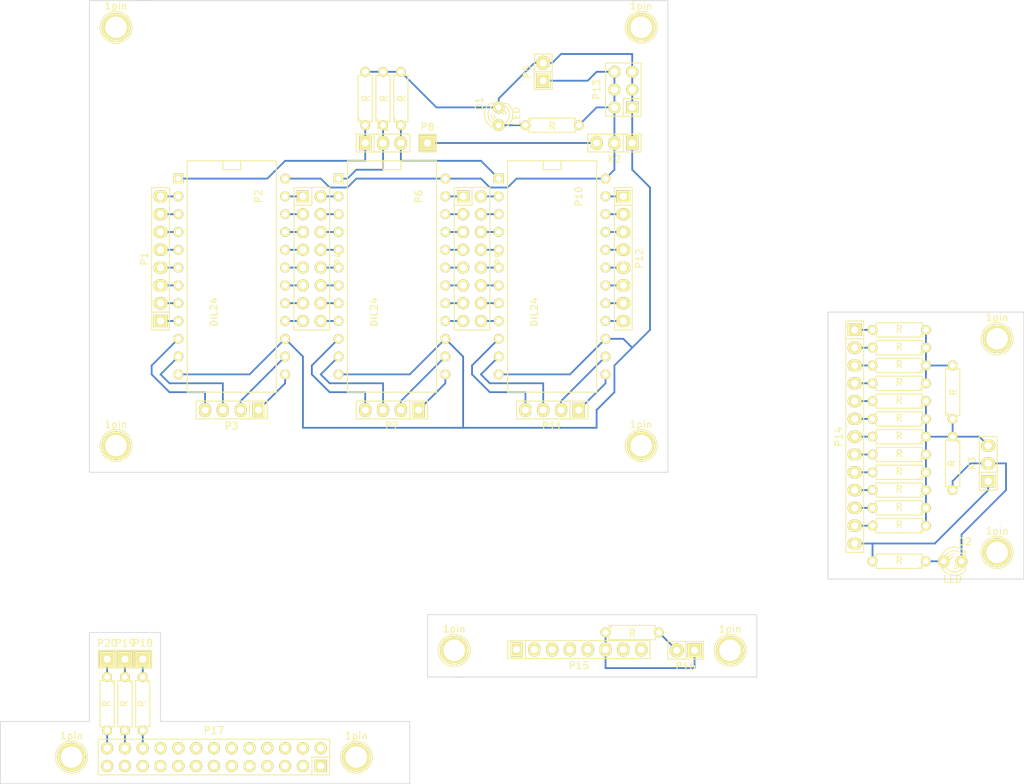
<source format=kicad_pcb>
(kicad_pcb (version 4) (host pcbnew "(2015-02-18 BZR 5431)-product")

  (general
    (links 130)
    (no_connects 0)
    (area 34.239999 71.973 180.390001 184.200001)
    (thickness 1.6)
    (drawings 25)
    (tracks 213)
    (zones 0)
    (modules 58)
    (nets 123)
  )

  (page A4)
  (layers
    (0 F.Cu signal)
    (31 B.Cu signal)
    (32 B.Adhes user)
    (33 F.Adhes user)
    (34 B.Paste user)
    (35 F.Paste user)
    (36 B.SilkS user)
    (37 F.SilkS user)
    (38 B.Mask user)
    (39 F.Mask user)
    (40 Dwgs.User user)
    (41 Cmts.User user)
    (42 Eco1.User user)
    (43 Eco2.User user)
    (44 Edge.Cuts user)
    (45 Margin user)
    (46 B.CrtYd user)
    (47 F.CrtYd user)
    (48 B.Fab user)
    (49 F.Fab user)
  )

  (setup
    (last_trace_width 0.254)
    (trace_clearance 0.254)
    (zone_clearance 0.508)
    (zone_45_only no)
    (trace_min 0.254)
    (segment_width 0.2)
    (edge_width 0.1)
    (via_size 0.889)
    (via_drill 0.635)
    (via_min_size 0.889)
    (via_min_drill 0.508)
    (uvia_size 0.508)
    (uvia_drill 0.127)
    (uvias_allowed no)
    (uvia_min_size 0.508)
    (uvia_min_drill 0.127)
    (pcb_text_width 0.3)
    (pcb_text_size 1.5 1.5)
    (mod_edge_width 0.15)
    (mod_text_size 1 1)
    (mod_text_width 0.15)
    (pad_size 1.5 1.5)
    (pad_drill 0.6)
    (pad_to_mask_clearance 0)
    (aux_axis_origin 0 0)
    (visible_elements FFFFFF7F)
    (pcbplotparams
      (layerselection 0x00030_80000001)
      (usegerberextensions false)
      (excludeedgelayer true)
      (linewidth 0.100000)
      (plotframeref false)
      (viasonmask false)
      (mode 1)
      (useauxorigin false)
      (hpglpennumber 1)
      (hpglpenspeed 20)
      (hpglpendiameter 15)
      (hpglpenoverlay 2)
      (psnegative false)
      (psa4output false)
      (plotreference true)
      (plotvalue true)
      (plotinvisibletext false)
      (padsonsilk false)
      (subtractmaskfromsilk false)
      (outputformat 4)
      (mirror true)
      (drillshape 1)
      (scaleselection 1)
      (outputdirectory ""))
  )

  (net 0 "")
  (net 1 "Net-(D1-Pad1)")
  (net 2 "Net-(D1-Pad2)")
  (net 3 "Net-(K1-Pad1)")
  (net 4 "Net-(K1-Pad2)")
  (net 5 "Net-(K1-Pad3)")
  (net 6 "Net-(K2-Pad2)")
  (net 7 "Net-(K2-Pad3)")
  (net 8 "Net-(P1-Pad1)")
  (net 9 "Net-(P1-Pad2)")
  (net 10 "Net-(P1-Pad3)")
  (net 11 "Net-(P1-Pad4)")
  (net 12 "Net-(P1-Pad5)")
  (net 13 "Net-(P1-Pad6)")
  (net 14 "Net-(P1-Pad7)")
  (net 15 "Net-(P1-Pad8)")
  (net 16 "Net-(P2-Pad10)")
  (net 17 "Net-(P2-Pad11)")
  (net 18 "Net-(P2-Pad13)")
  (net 19 "Net-(P2-Pad14)")
  (net 20 "Net-(P2-Pad16)")
  (net 21 "Net-(P2-Pad17)")
  (net 22 "Net-(P2-Pad18)")
  (net 23 "Net-(P2-Pad19)")
  (net 24 "Net-(P2-Pad20)")
  (net 25 "Net-(P2-Pad21)")
  (net 26 "Net-(P2-Pad22)")
  (net 27 "Net-(P2-Pad23)")
  (net 28 "Net-(P4-Pad2)")
  (net 29 "Net-(P4-Pad4)")
  (net 30 "Net-(P4-Pad6)")
  (net 31 "Net-(P4-Pad8)")
  (net 32 "Net-(P4-Pad10)")
  (net 33 "Net-(P4-Pad12)")
  (net 34 "Net-(P4-Pad14)")
  (net 35 "Net-(P4-Pad16)")
  (net 36 "Net-(P6-Pad10)")
  (net 37 "Net-(P6-Pad11)")
  (net 38 "Net-(P6-Pad13)")
  (net 39 "Net-(P6-Pad14)")
  (net 40 "Net-(P6-Pad16)")
  (net 41 "Net-(P6-Pad17)")
  (net 42 "Net-(P6-Pad18)")
  (net 43 "Net-(P6-Pad19)")
  (net 44 "Net-(P6-Pad20)")
  (net 45 "Net-(P6-Pad21)")
  (net 46 "Net-(P6-Pad22)")
  (net 47 "Net-(P6-Pad23)")
  (net 48 "Net-(P10-Pad2)")
  (net 49 "Net-(P10-Pad3)")
  (net 50 "Net-(P10-Pad4)")
  (net 51 "Net-(P10-Pad5)")
  (net 52 "Net-(P10-Pad6)")
  (net 53 "Net-(P10-Pad7)")
  (net 54 "Net-(P10-Pad8)")
  (net 55 "Net-(P10-Pad9)")
  (net 56 "Net-(P10-Pad10)")
  (net 57 "Net-(P10-Pad11)")
  (net 58 "Net-(P10-Pad13)")
  (net 59 "Net-(P10-Pad14)")
  (net 60 "Net-(P10-Pad16)")
  (net 61 "Net-(P10-Pad17)")
  (net 62 "Net-(P10-Pad18)")
  (net 63 "Net-(P10-Pad19)")
  (net 64 "Net-(P10-Pad20)")
  (net 65 "Net-(P10-Pad21)")
  (net 66 "Net-(P10-Pad22)")
  (net 67 "Net-(P10-Pad23)")
  (net 68 "Net-(D2-Pad1)")
  (net 69 "Net-(D2-Pad2)")
  (net 70 "Net-(K3-Pad1)")
  (net 71 "Net-(K3-Pad3)")
  (net 72 "Net-(P14-Pad1)")
  (net 73 "Net-(P14-Pad2)")
  (net 74 "Net-(P14-Pad3)")
  (net 75 "Net-(P14-Pad4)")
  (net 76 "Net-(P14-Pad5)")
  (net 77 "Net-(P14-Pad6)")
  (net 78 "Net-(P14-Pad7)")
  (net 79 "Net-(P14-Pad8)")
  (net 80 "Net-(P14-Pad9)")
  (net 81 "Net-(P14-Pad10)")
  (net 82 "Net-(P14-Pad11)")
  (net 83 "Net-(P14-Pad12)")
  (net 84 "Net-(R13-Pad1)")
  (net 85 "Net-(P15-Pad1)")
  (net 86 "Net-(P15-Pad2)")
  (net 87 "Net-(P15-Pad3)")
  (net 88 "Net-(P15-Pad4)")
  (net 89 "Net-(P15-Pad5)")
  (net 90 "Net-(P15-Pad6)")
  (net 91 "Net-(P15-Pad7)")
  (net 92 "Net-(P15-Pad8)")
  (net 93 "Net-(P16-Pad2)")
  (net 94 "Net-(P17-Pad1)")
  (net 95 "Net-(P17-Pad2)")
  (net 96 "Net-(P17-Pad3)")
  (net 97 "Net-(P17-Pad4)")
  (net 98 "Net-(P17-Pad5)")
  (net 99 "Net-(P17-Pad6)")
  (net 100 "Net-(P17-Pad7)")
  (net 101 "Net-(P17-Pad8)")
  (net 102 "Net-(P17-Pad9)")
  (net 103 "Net-(P17-Pad10)")
  (net 104 "Net-(P17-Pad11)")
  (net 105 "Net-(P17-Pad12)")
  (net 106 "Net-(P17-Pad13)")
  (net 107 "Net-(P17-Pad14)")
  (net 108 "Net-(P17-Pad15)")
  (net 109 "Net-(P17-Pad16)")
  (net 110 "Net-(P17-Pad17)")
  (net 111 "Net-(P17-Pad18)")
  (net 112 "Net-(P17-Pad19)")
  (net 113 "Net-(P17-Pad20)")
  (net 114 "Net-(P17-Pad21)")
  (net 115 "Net-(P17-Pad22)")
  (net 116 "Net-(P17-Pad23)")
  (net 117 "Net-(P17-Pad24)")
  (net 118 "Net-(P17-Pad25)")
  (net 119 "Net-(P17-Pad26)")
  (net 120 "Net-(P18-Pad1)")
  (net 121 "Net-(P19-Pad1)")
  (net 122 "Net-(P20-Pad1)")

  (net_class Default "Dies ist die voreingestellte Netzklasse."
    (clearance 0.254)
    (trace_width 0.254)
    (via_dia 0.889)
    (via_drill 0.635)
    (uvia_dia 0.508)
    (uvia_drill 0.127)
    (add_net "Net-(D1-Pad1)")
    (add_net "Net-(D1-Pad2)")
    (add_net "Net-(D2-Pad1)")
    (add_net "Net-(D2-Pad2)")
    (add_net "Net-(K1-Pad1)")
    (add_net "Net-(K1-Pad2)")
    (add_net "Net-(K1-Pad3)")
    (add_net "Net-(K2-Pad2)")
    (add_net "Net-(K2-Pad3)")
    (add_net "Net-(K3-Pad1)")
    (add_net "Net-(K3-Pad3)")
    (add_net "Net-(P1-Pad1)")
    (add_net "Net-(P1-Pad2)")
    (add_net "Net-(P1-Pad3)")
    (add_net "Net-(P1-Pad4)")
    (add_net "Net-(P1-Pad5)")
    (add_net "Net-(P1-Pad6)")
    (add_net "Net-(P1-Pad7)")
    (add_net "Net-(P1-Pad8)")
    (add_net "Net-(P10-Pad10)")
    (add_net "Net-(P10-Pad11)")
    (add_net "Net-(P10-Pad13)")
    (add_net "Net-(P10-Pad14)")
    (add_net "Net-(P10-Pad16)")
    (add_net "Net-(P10-Pad17)")
    (add_net "Net-(P10-Pad18)")
    (add_net "Net-(P10-Pad19)")
    (add_net "Net-(P10-Pad2)")
    (add_net "Net-(P10-Pad20)")
    (add_net "Net-(P10-Pad21)")
    (add_net "Net-(P10-Pad22)")
    (add_net "Net-(P10-Pad23)")
    (add_net "Net-(P10-Pad3)")
    (add_net "Net-(P10-Pad4)")
    (add_net "Net-(P10-Pad5)")
    (add_net "Net-(P10-Pad6)")
    (add_net "Net-(P10-Pad7)")
    (add_net "Net-(P10-Pad8)")
    (add_net "Net-(P10-Pad9)")
    (add_net "Net-(P14-Pad1)")
    (add_net "Net-(P14-Pad10)")
    (add_net "Net-(P14-Pad11)")
    (add_net "Net-(P14-Pad12)")
    (add_net "Net-(P14-Pad2)")
    (add_net "Net-(P14-Pad3)")
    (add_net "Net-(P14-Pad4)")
    (add_net "Net-(P14-Pad5)")
    (add_net "Net-(P14-Pad6)")
    (add_net "Net-(P14-Pad7)")
    (add_net "Net-(P14-Pad8)")
    (add_net "Net-(P14-Pad9)")
    (add_net "Net-(P15-Pad1)")
    (add_net "Net-(P15-Pad2)")
    (add_net "Net-(P15-Pad3)")
    (add_net "Net-(P15-Pad4)")
    (add_net "Net-(P15-Pad5)")
    (add_net "Net-(P15-Pad6)")
    (add_net "Net-(P15-Pad7)")
    (add_net "Net-(P15-Pad8)")
    (add_net "Net-(P16-Pad2)")
    (add_net "Net-(P17-Pad1)")
    (add_net "Net-(P17-Pad10)")
    (add_net "Net-(P17-Pad11)")
    (add_net "Net-(P17-Pad12)")
    (add_net "Net-(P17-Pad13)")
    (add_net "Net-(P17-Pad14)")
    (add_net "Net-(P17-Pad15)")
    (add_net "Net-(P17-Pad16)")
    (add_net "Net-(P17-Pad17)")
    (add_net "Net-(P17-Pad18)")
    (add_net "Net-(P17-Pad19)")
    (add_net "Net-(P17-Pad2)")
    (add_net "Net-(P17-Pad20)")
    (add_net "Net-(P17-Pad21)")
    (add_net "Net-(P17-Pad22)")
    (add_net "Net-(P17-Pad23)")
    (add_net "Net-(P17-Pad24)")
    (add_net "Net-(P17-Pad25)")
    (add_net "Net-(P17-Pad26)")
    (add_net "Net-(P17-Pad3)")
    (add_net "Net-(P17-Pad4)")
    (add_net "Net-(P17-Pad5)")
    (add_net "Net-(P17-Pad6)")
    (add_net "Net-(P17-Pad7)")
    (add_net "Net-(P17-Pad8)")
    (add_net "Net-(P17-Pad9)")
    (add_net "Net-(P18-Pad1)")
    (add_net "Net-(P19-Pad1)")
    (add_net "Net-(P2-Pad10)")
    (add_net "Net-(P2-Pad11)")
    (add_net "Net-(P2-Pad13)")
    (add_net "Net-(P2-Pad14)")
    (add_net "Net-(P2-Pad16)")
    (add_net "Net-(P2-Pad17)")
    (add_net "Net-(P2-Pad18)")
    (add_net "Net-(P2-Pad19)")
    (add_net "Net-(P2-Pad20)")
    (add_net "Net-(P2-Pad21)")
    (add_net "Net-(P2-Pad22)")
    (add_net "Net-(P2-Pad23)")
    (add_net "Net-(P20-Pad1)")
    (add_net "Net-(P4-Pad10)")
    (add_net "Net-(P4-Pad12)")
    (add_net "Net-(P4-Pad14)")
    (add_net "Net-(P4-Pad16)")
    (add_net "Net-(P4-Pad2)")
    (add_net "Net-(P4-Pad4)")
    (add_net "Net-(P4-Pad6)")
    (add_net "Net-(P4-Pad8)")
    (add_net "Net-(P6-Pad10)")
    (add_net "Net-(P6-Pad11)")
    (add_net "Net-(P6-Pad13)")
    (add_net "Net-(P6-Pad14)")
    (add_net "Net-(P6-Pad16)")
    (add_net "Net-(P6-Pad17)")
    (add_net "Net-(P6-Pad18)")
    (add_net "Net-(P6-Pad19)")
    (add_net "Net-(P6-Pad20)")
    (add_net "Net-(P6-Pad21)")
    (add_net "Net-(P6-Pad22)")
    (add_net "Net-(P6-Pad23)")
    (add_net "Net-(R13-Pad1)")
  )

  (module LEDs:LED-3MM (layer F.Cu) (tedit 54E6F63C) (tstamp 54E6F6B8)
    (at 105.41 88.9 90)
    (descr "LED 3mm - Lead pitch 100mil (2,54mm)")
    (tags "LED led 3mm 3MM 100mil 2,54mm")
    (path /54E6640A)
    (fp_text reference D1 (at 1.778 -2.794 90) (layer F.SilkS)
      (effects (font (size 1 1) (thickness 0.15)))
    )
    (fp_text value LED (at 0 2.54 90) (layer F.SilkS)
      (effects (font (size 1 1) (thickness 0.15)))
    )
    (fp_line (start 1.8288 1.27) (end 1.8288 -1.27) (layer F.SilkS) (width 0.15))
    (fp_arc (start 0.254 0) (end -1.27 0) (angle 39.8) (layer F.SilkS) (width 0.15))
    (fp_arc (start 0.254 0) (end -0.88392 1.01092) (angle 41.6) (layer F.SilkS) (width 0.15))
    (fp_arc (start 0.254 0) (end 1.4097 -0.9906) (angle 40.6) (layer F.SilkS) (width 0.15))
    (fp_arc (start 0.254 0) (end 1.778 0) (angle 39.8) (layer F.SilkS) (width 0.15))
    (fp_arc (start 0.254 0) (end 0.254 -1.524) (angle 54.4) (layer F.SilkS) (width 0.15))
    (fp_arc (start 0.254 0) (end -0.9652 -0.9144) (angle 53.1) (layer F.SilkS) (width 0.15))
    (fp_arc (start 0.254 0) (end 1.45542 0.93472) (angle 52.1) (layer F.SilkS) (width 0.15))
    (fp_arc (start 0.254 0) (end 0.254 1.524) (angle 52.1) (layer F.SilkS) (width 0.15))
    (fp_arc (start 0.254 0) (end -0.381 0) (angle 90) (layer F.SilkS) (width 0.15))
    (fp_arc (start 0.254 0) (end -0.762 0) (angle 90) (layer F.SilkS) (width 0.15))
    (fp_arc (start 0.254 0) (end 0.889 0) (angle 90) (layer F.SilkS) (width 0.15))
    (fp_arc (start 0.254 0) (end 1.27 0) (angle 90) (layer F.SilkS) (width 0.15))
    (fp_arc (start 0.254 0) (end 0.254 -2.032) (angle 50.1) (layer F.SilkS) (width 0.15))
    (fp_arc (start 0.254 0) (end -1.5367 -0.95504) (angle 61.9) (layer F.SilkS) (width 0.15))
    (fp_arc (start 0.254 0) (end 1.8034 1.31064) (angle 49.7) (layer F.SilkS) (width 0.15))
    (fp_arc (start 0.254 0) (end 0.254 2.032) (angle 60.2) (layer F.SilkS) (width 0.15))
    (fp_arc (start 0.254 0) (end -1.778 0) (angle 28.3) (layer F.SilkS) (width 0.15))
    (fp_arc (start 0.254 0) (end -1.47574 1.06426) (angle 31.6) (layer F.SilkS) (width 0.15))
    (pad 1 thru_hole circle (at -1.27 0 90) (size 1.6764 1.6764) (drill 0.8128) (layers *.Cu *.Mask F.SilkS)
      (net 1 "Net-(D1-Pad1)"))
    (pad 2 thru_hole circle (at 1.27 0 90) (size 1.6764 1.6764) (drill 0.8128) (layers *.Cu *.Mask F.SilkS)
      (net 2 "Net-(D1-Pad2)"))
    (model LEDs/LED-3MM.wrl
      (at (xyz 0 0 0))
      (scale (xyz 1 1 1))
      (rotate (xyz 0 0 0))
    )
  )

  (module Pin_Headers:Pin_Header_Straight_1x03 (layer F.Cu) (tedit 54E6F63C) (tstamp 54E6F6BF)
    (at 88.9 92.71)
    (descr "Through hole pin header")
    (tags "pin header")
    (path /54E63472)
    (fp_text reference K1 (at 0 -2.286) (layer F.SilkS)
      (effects (font (size 1 1) (thickness 0.15)))
    )
    (fp_text value MUX (at 0 0) (layer F.SilkS) hide
      (effects (font (size 1 1) (thickness 0.15)))
    )
    (fp_line (start -1.27 1.27) (end 3.81 1.27) (layer F.SilkS) (width 0.15))
    (fp_line (start 3.81 1.27) (end 3.81 -1.27) (layer F.SilkS) (width 0.15))
    (fp_line (start 3.81 -1.27) (end -1.27 -1.27) (layer F.SilkS) (width 0.15))
    (fp_line (start -3.81 -1.27) (end -1.27 -1.27) (layer F.SilkS) (width 0.15))
    (fp_line (start -1.27 -1.27) (end -1.27 1.27) (layer F.SilkS) (width 0.15))
    (fp_line (start -3.81 -1.27) (end -3.81 1.27) (layer F.SilkS) (width 0.15))
    (fp_line (start -3.81 1.27) (end -1.27 1.27) (layer F.SilkS) (width 0.15))
    (pad 1 thru_hole rect (at -2.54 0) (size 1.7272 2.032) (drill 1.016) (layers *.Cu *.Mask F.SilkS)
      (net 3 "Net-(K1-Pad1)"))
    (pad 2 thru_hole oval (at 0 0) (size 1.7272 2.032) (drill 1.016) (layers *.Cu *.Mask F.SilkS)
      (net 4 "Net-(K1-Pad2)"))
    (pad 3 thru_hole oval (at 2.54 0) (size 1.7272 2.032) (drill 1.016) (layers *.Cu *.Mask F.SilkS)
      (net 5 "Net-(K1-Pad3)"))
    (model Pin_Headers/Pin_Header_Straight_1x03.wrl
      (at (xyz 0 0 0))
      (scale (xyz 1 1 1))
      (rotate (xyz 0 0 0))
    )
  )

  (module Pin_Headers:Pin_Header_Straight_1x03 (layer F.Cu) (tedit 54E6F63C) (tstamp 54E6F6C6)
    (at 121.92 92.71 180)
    (descr "Through hole pin header")
    (tags "pin header")
    (path /54E653FC)
    (fp_text reference K2 (at 0 -2.286 180) (layer F.SilkS)
      (effects (font (size 1 1) (thickness 0.15)))
    )
    (fp_text value CONN_3 (at 0 0 180) (layer F.SilkS) hide
      (effects (font (size 1 1) (thickness 0.15)))
    )
    (fp_line (start -1.27 1.27) (end 3.81 1.27) (layer F.SilkS) (width 0.15))
    (fp_line (start 3.81 1.27) (end 3.81 -1.27) (layer F.SilkS) (width 0.15))
    (fp_line (start 3.81 -1.27) (end -1.27 -1.27) (layer F.SilkS) (width 0.15))
    (fp_line (start -3.81 -1.27) (end -1.27 -1.27) (layer F.SilkS) (width 0.15))
    (fp_line (start -1.27 -1.27) (end -1.27 1.27) (layer F.SilkS) (width 0.15))
    (fp_line (start -3.81 -1.27) (end -3.81 1.27) (layer F.SilkS) (width 0.15))
    (fp_line (start -3.81 1.27) (end -1.27 1.27) (layer F.SilkS) (width 0.15))
    (pad 1 thru_hole rect (at -2.54 0 180) (size 1.7272 2.032) (drill 1.016) (layers *.Cu *.Mask F.SilkS)
      (net 2 "Net-(D1-Pad2)"))
    (pad 2 thru_hole oval (at 0 0 180) (size 1.7272 2.032) (drill 1.016) (layers *.Cu *.Mask F.SilkS)
      (net 6 "Net-(K2-Pad2)"))
    (pad 3 thru_hole oval (at 2.54 0 180) (size 1.7272 2.032) (drill 1.016) (layers *.Cu *.Mask F.SilkS)
      (net 7 "Net-(K2-Pad3)"))
    (model Pin_Headers/Pin_Header_Straight_1x03.wrl
      (at (xyz 0 0 0))
      (scale (xyz 1 1 1))
      (rotate (xyz 0 0 0))
    )
  )

  (module Pin_Headers:Pin_Header_Straight_1x08 (layer F.Cu) (tedit 54E6F63C) (tstamp 54E6F6D2)
    (at 57.15 109.22 90)
    (descr "Through hole pin header")
    (tags "pin header")
    (path /54E63C50)
    (fp_text reference P1 (at 0 -2.286 90) (layer F.SilkS)
      (effects (font (size 1 1) (thickness 0.15)))
    )
    (fp_text value CONN_8 (at 0 0 90) (layer F.SilkS) hide
      (effects (font (size 1 1) (thickness 0.15)))
    )
    (fp_line (start -7.62 -1.27) (end 10.16 -1.27) (layer F.SilkS) (width 0.15))
    (fp_line (start 10.16 -1.27) (end 10.16 1.27) (layer F.SilkS) (width 0.15))
    (fp_line (start 10.16 1.27) (end -7.62 1.27) (layer F.SilkS) (width 0.15))
    (fp_line (start -10.16 -1.27) (end -7.62 -1.27) (layer F.SilkS) (width 0.15))
    (fp_line (start -7.62 -1.27) (end -7.62 1.27) (layer F.SilkS) (width 0.15))
    (fp_line (start -10.16 -1.27) (end -10.16 1.27) (layer F.SilkS) (width 0.15))
    (fp_line (start -10.16 1.27) (end -7.62 1.27) (layer F.SilkS) (width 0.15))
    (pad 1 thru_hole rect (at -8.89 0 90) (size 1.7272 2.032) (drill 1.016) (layers *.Cu *.Mask F.SilkS)
      (net 8 "Net-(P1-Pad1)"))
    (pad 2 thru_hole oval (at -6.35 0 90) (size 1.7272 2.032) (drill 1.016) (layers *.Cu *.Mask F.SilkS)
      (net 9 "Net-(P1-Pad2)"))
    (pad 3 thru_hole oval (at -3.81 0 90) (size 1.7272 2.032) (drill 1.016) (layers *.Cu *.Mask F.SilkS)
      (net 10 "Net-(P1-Pad3)"))
    (pad 4 thru_hole oval (at -1.27 0 90) (size 1.7272 2.032) (drill 1.016) (layers *.Cu *.Mask F.SilkS)
      (net 11 "Net-(P1-Pad4)"))
    (pad 5 thru_hole oval (at 1.27 0 90) (size 1.7272 2.032) (drill 1.016) (layers *.Cu *.Mask F.SilkS)
      (net 12 "Net-(P1-Pad5)"))
    (pad 6 thru_hole oval (at 3.81 0 90) (size 1.7272 2.032) (drill 1.016) (layers *.Cu *.Mask F.SilkS)
      (net 13 "Net-(P1-Pad6)"))
    (pad 7 thru_hole oval (at 6.35 0 90) (size 1.7272 2.032) (drill 1.016) (layers *.Cu *.Mask F.SilkS)
      (net 14 "Net-(P1-Pad7)"))
    (pad 8 thru_hole oval (at 8.89 0 90) (size 1.7272 2.032) (drill 1.016) (layers *.Cu *.Mask F.SilkS)
      (net 15 "Net-(P1-Pad8)"))
    (model Pin_Headers/Pin_Header_Straight_1x08.wrl
      (at (xyz 0 0 0))
      (scale (xyz 1 1 1))
      (rotate (xyz 0 0 0))
    )
  )

  (module Sockets_DIP:DIP-24__600 (layer F.Cu) (tedit 54E6F63C) (tstamp 54E6F6EE)
    (at 67.31 111.76 270)
    (descr "28 pins DIL package, round pads, width 600mil")
    (tags DIL)
    (path /54E632EE)
    (fp_text reference P2 (at -11.43 -3.81 270) (layer F.SilkS)
      (effects (font (size 1 1) (thickness 0.15)))
    )
    (fp_text value DIL24 (at 5.08 2.54 270) (layer F.SilkS)
      (effects (font (size 1 1) (thickness 0.15)))
    )
    (fp_line (start -16.51 -1.27) (end -15.24 -1.27) (layer F.SilkS) (width 0.15))
    (fp_line (start -15.24 -1.27) (end -15.24 1.27) (layer F.SilkS) (width 0.15))
    (fp_line (start -15.24 1.27) (end -16.51 1.27) (layer F.SilkS) (width 0.15))
    (fp_line (start -16.51 -6.35) (end 16.51 -6.35) (layer F.SilkS) (width 0.15))
    (fp_line (start 16.51 -6.35) (end 16.51 6.35) (layer F.SilkS) (width 0.15))
    (fp_line (start 16.51 6.35) (end -16.51 6.35) (layer F.SilkS) (width 0.15))
    (fp_line (start -16.51 6.35) (end -16.51 -6.35) (layer F.SilkS) (width 0.15))
    (pad 1 thru_hole rect (at -13.97 7.62 270) (size 1.397 1.397) (drill 0.8128) (layers *.Cu *.Mask F.SilkS)
      (net 3 "Net-(K1-Pad1)"))
    (pad 2 thru_hole circle (at -11.43 7.62 270) (size 1.397 1.397) (drill 0.8128) (layers *.Cu *.Mask F.SilkS)
      (net 15 "Net-(P1-Pad8)"))
    (pad 3 thru_hole circle (at -8.89 7.62 270) (size 1.397 1.397) (drill 0.8128) (layers *.Cu *.Mask F.SilkS)
      (net 14 "Net-(P1-Pad7)"))
    (pad 4 thru_hole circle (at -6.35 7.62 270) (size 1.397 1.397) (drill 0.8128) (layers *.Cu *.Mask F.SilkS)
      (net 13 "Net-(P1-Pad6)"))
    (pad 5 thru_hole circle (at -3.81 7.62 270) (size 1.397 1.397) (drill 0.8128) (layers *.Cu *.Mask F.SilkS)
      (net 12 "Net-(P1-Pad5)"))
    (pad 6 thru_hole circle (at -1.27 7.62 270) (size 1.397 1.397) (drill 0.8128) (layers *.Cu *.Mask F.SilkS)
      (net 11 "Net-(P1-Pad4)"))
    (pad 7 thru_hole circle (at 1.27 7.62 270) (size 1.397 1.397) (drill 0.8128) (layers *.Cu *.Mask F.SilkS)
      (net 10 "Net-(P1-Pad3)"))
    (pad 8 thru_hole circle (at 3.81 7.62 270) (size 1.397 1.397) (drill 0.8128) (layers *.Cu *.Mask F.SilkS)
      (net 9 "Net-(P1-Pad2)"))
    (pad 9 thru_hole circle (at 6.35 7.62 270) (size 1.397 1.397) (drill 0.8128) (layers *.Cu *.Mask F.SilkS)
      (net 8 "Net-(P1-Pad1)"))
    (pad 10 thru_hole circle (at 8.89 7.62 270) (size 1.397 1.397) (drill 0.8128) (layers *.Cu *.Mask F.SilkS)
      (net 16 "Net-(P2-Pad10)"))
    (pad 11 thru_hole circle (at 11.43 7.62 270) (size 1.397 1.397) (drill 0.8128) (layers *.Cu *.Mask F.SilkS)
      (net 17 "Net-(P2-Pad11)"))
    (pad 12 thru_hole circle (at 13.97 7.62 270) (size 1.397 1.397) (drill 0.8128) (layers *.Cu *.Mask F.SilkS)
      (net 2 "Net-(D1-Pad2)"))
    (pad 13 thru_hole circle (at 13.97 -7.62 270) (size 1.397 1.397) (drill 0.8128) (layers *.Cu *.Mask F.SilkS)
      (net 18 "Net-(P2-Pad13)"))
    (pad 14 thru_hole circle (at 11.43 -7.62 270) (size 1.397 1.397) (drill 0.8128) (layers *.Cu *.Mask F.SilkS)
      (net 19 "Net-(P2-Pad14)"))
    (pad 15 thru_hole circle (at 8.89 -7.62 270) (size 1.397 1.397) (drill 0.8128) (layers *.Cu *.Mask F.SilkS)
      (net 2 "Net-(D1-Pad2)"))
    (pad 16 thru_hole circle (at 6.35 -7.62 270) (size 1.397 1.397) (drill 0.8128) (layers *.Cu *.Mask F.SilkS)
      (net 20 "Net-(P2-Pad16)"))
    (pad 17 thru_hole circle (at 3.81 -7.62 270) (size 1.397 1.397) (drill 0.8128) (layers *.Cu *.Mask F.SilkS)
      (net 21 "Net-(P2-Pad17)"))
    (pad 18 thru_hole circle (at 1.27 -7.62 270) (size 1.397 1.397) (drill 0.8128) (layers *.Cu *.Mask F.SilkS)
      (net 22 "Net-(P2-Pad18)"))
    (pad 19 thru_hole circle (at -1.27 -7.62 270) (size 1.397 1.397) (drill 0.8128) (layers *.Cu *.Mask F.SilkS)
      (net 23 "Net-(P2-Pad19)"))
    (pad 20 thru_hole circle (at -3.81 -7.62 270) (size 1.397 1.397) (drill 0.8128) (layers *.Cu *.Mask F.SilkS)
      (net 24 "Net-(P2-Pad20)"))
    (pad 21 thru_hole circle (at -6.35 -7.62 270) (size 1.397 1.397) (drill 0.8128) (layers *.Cu *.Mask F.SilkS)
      (net 25 "Net-(P2-Pad21)"))
    (pad 22 thru_hole circle (at -8.89 -7.62 270) (size 1.397 1.397) (drill 0.8128) (layers *.Cu *.Mask F.SilkS)
      (net 26 "Net-(P2-Pad22)"))
    (pad 23 thru_hole circle (at -11.43 -7.62 270) (size 1.397 1.397) (drill 0.8128) (layers *.Cu *.Mask F.SilkS)
      (net 27 "Net-(P2-Pad23)"))
    (pad 24 thru_hole circle (at -13.97 -7.62 270) (size 1.397 1.397) (drill 0.8128) (layers *.Cu *.Mask F.SilkS)
      (net 6 "Net-(K2-Pad2)"))
    (model Sockets_DIP/DIP-24__600.wrl
      (at (xyz 0 0 0))
      (scale (xyz 1 1 1))
      (rotate (xyz 0 0 0))
    )
  )

  (module Pin_Headers:Pin_Header_Straight_1x04 (layer F.Cu) (tedit 54E6F63C) (tstamp 54E7019F)
    (at 67.31 130.81 180)
    (descr "Through hole pin header")
    (tags "pin header")
    (path /54E6377C)
    (fp_text reference P3 (at 0 -2.286 180) (layer F.SilkS)
      (effects (font (size 1 1) (thickness 0.15)))
    )
    (fp_text value CONN_4 (at 0 0 180) (layer F.SilkS) hide
      (effects (font (size 1 1) (thickness 0.15)))
    )
    (fp_line (start -2.54 1.27) (end 5.08 1.27) (layer F.SilkS) (width 0.15))
    (fp_line (start -2.54 -1.27) (end 5.08 -1.27) (layer F.SilkS) (width 0.15))
    (fp_line (start -5.08 -1.27) (end -2.54 -1.27) (layer F.SilkS) (width 0.15))
    (fp_line (start 5.08 1.27) (end 5.08 -1.27) (layer F.SilkS) (width 0.15))
    (fp_line (start -2.54 -1.27) (end -2.54 1.27) (layer F.SilkS) (width 0.15))
    (fp_line (start -5.08 -1.27) (end -5.08 1.27) (layer F.SilkS) (width 0.15))
    (fp_line (start -5.08 1.27) (end -2.54 1.27) (layer F.SilkS) (width 0.15))
    (pad 1 thru_hole rect (at -3.81 0 180) (size 1.7272 2.032) (drill 1.016) (layers *.Cu *.Mask F.SilkS)
      (net 18 "Net-(P2-Pad13)"))
    (pad 2 thru_hole oval (at -1.27 0 180) (size 1.7272 2.032) (drill 1.016) (layers *.Cu *.Mask F.SilkS)
      (net 19 "Net-(P2-Pad14)"))
    (pad 3 thru_hole oval (at 1.27 0 180) (size 1.7272 2.032) (drill 1.016) (layers *.Cu *.Mask F.SilkS)
      (net 17 "Net-(P2-Pad11)"))
    (pad 4 thru_hole oval (at 3.81 0 180) (size 1.7272 2.032) (drill 1.016) (layers *.Cu *.Mask F.SilkS)
      (net 16 "Net-(P2-Pad10)"))
    (model Pin_Headers/Pin_Header_Straight_1x04.wrl
      (at (xyz 0 0 0))
      (scale (xyz 1 1 1))
      (rotate (xyz 0 0 0))
    )
  )

  (module Pin_Headers:Pin_Header_Straight_2x08 (layer F.Cu) (tedit 54E6F63C) (tstamp 54E6F70A)
    (at 78.74 109.22 270)
    (descr "Through hole pin header")
    (tags "pin header")
    (path /54E63BD1)
    (fp_text reference P4 (at 0 -3.81 270) (layer F.SilkS)
      (effects (font (size 1 1) (thickness 0.15)))
    )
    (fp_text value CONN_8X2 (at 0 0 270) (layer F.SilkS) hide
      (effects (font (size 1 1) (thickness 0.15)))
    )
    (fp_line (start 10.16 -2.54) (end -10.16 -2.54) (layer F.SilkS) (width 0.15))
    (fp_line (start -7.62 2.54) (end 10.16 2.54) (layer F.SilkS) (width 0.15))
    (fp_line (start 10.16 -2.54) (end 10.16 2.54) (layer F.SilkS) (width 0.15))
    (fp_line (start -10.16 -2.54) (end -10.16 0) (layer F.SilkS) (width 0.15))
    (fp_line (start -10.16 2.54) (end -7.62 2.54) (layer F.SilkS) (width 0.15))
    (fp_line (start -10.16 0) (end -7.62 0) (layer F.SilkS) (width 0.15))
    (fp_line (start -7.62 0) (end -7.62 2.54) (layer F.SilkS) (width 0.15))
    (fp_line (start -10.16 2.54) (end -10.16 0) (layer F.SilkS) (width 0.15))
    (pad 1 thru_hole rect (at -8.89 1.27 270) (size 1.7272 1.7272) (drill 1.016) (layers *.Cu *.Mask F.SilkS)
      (net 27 "Net-(P2-Pad23)"))
    (pad 2 thru_hole oval (at -8.89 -1.27 270) (size 1.7272 1.7272) (drill 1.016) (layers *.Cu *.Mask F.SilkS)
      (net 28 "Net-(P4-Pad2)"))
    (pad 3 thru_hole oval (at -6.35 1.27 270) (size 1.7272 1.7272) (drill 1.016) (layers *.Cu *.Mask F.SilkS)
      (net 26 "Net-(P2-Pad22)"))
    (pad 4 thru_hole oval (at -6.35 -1.27 270) (size 1.7272 1.7272) (drill 1.016) (layers *.Cu *.Mask F.SilkS)
      (net 29 "Net-(P4-Pad4)"))
    (pad 5 thru_hole oval (at -3.81 1.27 270) (size 1.7272 1.7272) (drill 1.016) (layers *.Cu *.Mask F.SilkS)
      (net 25 "Net-(P2-Pad21)"))
    (pad 6 thru_hole oval (at -3.81 -1.27 270) (size 1.7272 1.7272) (drill 1.016) (layers *.Cu *.Mask F.SilkS)
      (net 30 "Net-(P4-Pad6)"))
    (pad 7 thru_hole oval (at -1.27 1.27 270) (size 1.7272 1.7272) (drill 1.016) (layers *.Cu *.Mask F.SilkS)
      (net 24 "Net-(P2-Pad20)"))
    (pad 8 thru_hole oval (at -1.27 -1.27 270) (size 1.7272 1.7272) (drill 1.016) (layers *.Cu *.Mask F.SilkS)
      (net 31 "Net-(P4-Pad8)"))
    (pad 9 thru_hole oval (at 1.27 1.27 270) (size 1.7272 1.7272) (drill 1.016) (layers *.Cu *.Mask F.SilkS)
      (net 23 "Net-(P2-Pad19)"))
    (pad 10 thru_hole oval (at 1.27 -1.27 270) (size 1.7272 1.7272) (drill 1.016) (layers *.Cu *.Mask F.SilkS)
      (net 32 "Net-(P4-Pad10)"))
    (pad 11 thru_hole oval (at 3.81 1.27 270) (size 1.7272 1.7272) (drill 1.016) (layers *.Cu *.Mask F.SilkS)
      (net 22 "Net-(P2-Pad18)"))
    (pad 12 thru_hole oval (at 3.81 -1.27 270) (size 1.7272 1.7272) (drill 1.016) (layers *.Cu *.Mask F.SilkS)
      (net 33 "Net-(P4-Pad12)"))
    (pad 13 thru_hole oval (at 6.35 1.27 270) (size 1.7272 1.7272) (drill 1.016) (layers *.Cu *.Mask F.SilkS)
      (net 21 "Net-(P2-Pad17)"))
    (pad 14 thru_hole oval (at 6.35 -1.27 270) (size 1.7272 1.7272) (drill 1.016) (layers *.Cu *.Mask F.SilkS)
      (net 34 "Net-(P4-Pad14)"))
    (pad 15 thru_hole oval (at 8.89 1.27 270) (size 1.7272 1.7272) (drill 1.016) (layers *.Cu *.Mask F.SilkS)
      (net 20 "Net-(P2-Pad16)"))
    (pad 16 thru_hole oval (at 8.89 -1.27 270) (size 1.7272 1.7272) (drill 1.016) (layers *.Cu *.Mask F.SilkS)
      (net 35 "Net-(P4-Pad16)"))
    (model Pin_Headers/Pin_Header_Straight_2x08.wrl
      (at (xyz 0 0 0))
      (scale (xyz 1 1 1))
      (rotate (xyz 0 0 0))
    )
  )

  (module Pin_Headers:Pin_Header_Straight_1x02 (layer F.Cu) (tedit 54E6F63C) (tstamp 54E74EEC)
    (at 111.76 82.55 90)
    (descr "Through hole pin header")
    (tags "pin header")
    (path /54E6322C)
    (fp_text reference P5 (at 0 -2.286 90) (layer F.SilkS)
      (effects (font (size 1 1) (thickness 0.15)))
    )
    (fp_text value "+5v  -" (at 0 0 90) (layer F.SilkS) hide
      (effects (font (size 1 1) (thickness 0.15)))
    )
    (fp_line (start 0 -1.27) (end 0 1.27) (layer F.SilkS) (width 0.15))
    (fp_line (start -2.54 -1.27) (end -2.54 1.27) (layer F.SilkS) (width 0.15))
    (fp_line (start -2.54 1.27) (end 0 1.27) (layer F.SilkS) (width 0.15))
    (fp_line (start 0 1.27) (end 2.54 1.27) (layer F.SilkS) (width 0.15))
    (fp_line (start 2.54 1.27) (end 2.54 -1.27) (layer F.SilkS) (width 0.15))
    (fp_line (start 2.54 -1.27) (end -2.54 -1.27) (layer F.SilkS) (width 0.15))
    (pad 1 thru_hole rect (at -1.27 0 90) (size 2.032 2.032) (drill 1.016) (layers *.Cu *.Mask F.SilkS)
      (net 6 "Net-(K2-Pad2)"))
    (pad 2 thru_hole oval (at 1.27 0 90) (size 2.032 2.032) (drill 1.016) (layers *.Cu *.Mask F.SilkS)
      (net 2 "Net-(D1-Pad2)"))
    (model Pin_Headers/Pin_Header_Straight_1x02.wrl
      (at (xyz 0 0 0))
      (scale (xyz 1 1 1))
      (rotate (xyz 0 0 0))
    )
  )

  (module Sockets_DIP:DIP-24__600 (layer F.Cu) (tedit 54E6F63C) (tstamp 54E6F72C)
    (at 90.17 111.76 270)
    (descr "28 pins DIL package, round pads, width 600mil")
    (tags DIL)
    (path /54E63385)
    (fp_text reference P6 (at -11.43 -3.81 270) (layer F.SilkS)
      (effects (font (size 1 1) (thickness 0.15)))
    )
    (fp_text value DIL24 (at 5.08 2.54 270) (layer F.SilkS)
      (effects (font (size 1 1) (thickness 0.15)))
    )
    (fp_line (start -16.51 -1.27) (end -15.24 -1.27) (layer F.SilkS) (width 0.15))
    (fp_line (start -15.24 -1.27) (end -15.24 1.27) (layer F.SilkS) (width 0.15))
    (fp_line (start -15.24 1.27) (end -16.51 1.27) (layer F.SilkS) (width 0.15))
    (fp_line (start -16.51 -6.35) (end 16.51 -6.35) (layer F.SilkS) (width 0.15))
    (fp_line (start 16.51 -6.35) (end 16.51 6.35) (layer F.SilkS) (width 0.15))
    (fp_line (start 16.51 6.35) (end -16.51 6.35) (layer F.SilkS) (width 0.15))
    (fp_line (start -16.51 6.35) (end -16.51 -6.35) (layer F.SilkS) (width 0.15))
    (pad 1 thru_hole rect (at -13.97 7.62 270) (size 1.397 1.397) (drill 0.8128) (layers *.Cu *.Mask F.SilkS)
      (net 4 "Net-(K1-Pad2)"))
    (pad 2 thru_hole circle (at -11.43 7.62 270) (size 1.397 1.397) (drill 0.8128) (layers *.Cu *.Mask F.SilkS)
      (net 28 "Net-(P4-Pad2)"))
    (pad 3 thru_hole circle (at -8.89 7.62 270) (size 1.397 1.397) (drill 0.8128) (layers *.Cu *.Mask F.SilkS)
      (net 29 "Net-(P4-Pad4)"))
    (pad 4 thru_hole circle (at -6.35 7.62 270) (size 1.397 1.397) (drill 0.8128) (layers *.Cu *.Mask F.SilkS)
      (net 30 "Net-(P4-Pad6)"))
    (pad 5 thru_hole circle (at -3.81 7.62 270) (size 1.397 1.397) (drill 0.8128) (layers *.Cu *.Mask F.SilkS)
      (net 31 "Net-(P4-Pad8)"))
    (pad 6 thru_hole circle (at -1.27 7.62 270) (size 1.397 1.397) (drill 0.8128) (layers *.Cu *.Mask F.SilkS)
      (net 32 "Net-(P4-Pad10)"))
    (pad 7 thru_hole circle (at 1.27 7.62 270) (size 1.397 1.397) (drill 0.8128) (layers *.Cu *.Mask F.SilkS)
      (net 33 "Net-(P4-Pad12)"))
    (pad 8 thru_hole circle (at 3.81 7.62 270) (size 1.397 1.397) (drill 0.8128) (layers *.Cu *.Mask F.SilkS)
      (net 34 "Net-(P4-Pad14)"))
    (pad 9 thru_hole circle (at 6.35 7.62 270) (size 1.397 1.397) (drill 0.8128) (layers *.Cu *.Mask F.SilkS)
      (net 35 "Net-(P4-Pad16)"))
    (pad 10 thru_hole circle (at 8.89 7.62 270) (size 1.397 1.397) (drill 0.8128) (layers *.Cu *.Mask F.SilkS)
      (net 36 "Net-(P6-Pad10)"))
    (pad 11 thru_hole circle (at 11.43 7.62 270) (size 1.397 1.397) (drill 0.8128) (layers *.Cu *.Mask F.SilkS)
      (net 37 "Net-(P6-Pad11)"))
    (pad 12 thru_hole circle (at 13.97 7.62 270) (size 1.397 1.397) (drill 0.8128) (layers *.Cu *.Mask F.SilkS)
      (net 2 "Net-(D1-Pad2)"))
    (pad 13 thru_hole circle (at 13.97 -7.62 270) (size 1.397 1.397) (drill 0.8128) (layers *.Cu *.Mask F.SilkS)
      (net 38 "Net-(P6-Pad13)"))
    (pad 14 thru_hole circle (at 11.43 -7.62 270) (size 1.397 1.397) (drill 0.8128) (layers *.Cu *.Mask F.SilkS)
      (net 39 "Net-(P6-Pad14)"))
    (pad 15 thru_hole circle (at 8.89 -7.62 270) (size 1.397 1.397) (drill 0.8128) (layers *.Cu *.Mask F.SilkS)
      (net 2 "Net-(D1-Pad2)"))
    (pad 16 thru_hole circle (at 6.35 -7.62 270) (size 1.397 1.397) (drill 0.8128) (layers *.Cu *.Mask F.SilkS)
      (net 40 "Net-(P6-Pad16)"))
    (pad 17 thru_hole circle (at 3.81 -7.62 270) (size 1.397 1.397) (drill 0.8128) (layers *.Cu *.Mask F.SilkS)
      (net 41 "Net-(P6-Pad17)"))
    (pad 18 thru_hole circle (at 1.27 -7.62 270) (size 1.397 1.397) (drill 0.8128) (layers *.Cu *.Mask F.SilkS)
      (net 42 "Net-(P6-Pad18)"))
    (pad 19 thru_hole circle (at -1.27 -7.62 270) (size 1.397 1.397) (drill 0.8128) (layers *.Cu *.Mask F.SilkS)
      (net 43 "Net-(P6-Pad19)"))
    (pad 20 thru_hole circle (at -3.81 -7.62 270) (size 1.397 1.397) (drill 0.8128) (layers *.Cu *.Mask F.SilkS)
      (net 44 "Net-(P6-Pad20)"))
    (pad 21 thru_hole circle (at -6.35 -7.62 270) (size 1.397 1.397) (drill 0.8128) (layers *.Cu *.Mask F.SilkS)
      (net 45 "Net-(P6-Pad21)"))
    (pad 22 thru_hole circle (at -8.89 -7.62 270) (size 1.397 1.397) (drill 0.8128) (layers *.Cu *.Mask F.SilkS)
      (net 46 "Net-(P6-Pad22)"))
    (pad 23 thru_hole circle (at -11.43 -7.62 270) (size 1.397 1.397) (drill 0.8128) (layers *.Cu *.Mask F.SilkS)
      (net 47 "Net-(P6-Pad23)"))
    (pad 24 thru_hole circle (at -13.97 -7.62 270) (size 1.397 1.397) (drill 0.8128) (layers *.Cu *.Mask F.SilkS)
      (net 6 "Net-(K2-Pad2)"))
    (model Sockets_DIP/DIP-24__600.wrl
      (at (xyz 0 0 0))
      (scale (xyz 1 1 1))
      (rotate (xyz 0 0 0))
    )
  )

  (module Pin_Headers:Pin_Header_Straight_1x04 (layer F.Cu) (tedit 54E6F63C) (tstamp 54E7018F)
    (at 90.17 130.81 180)
    (descr "Through hole pin header")
    (tags "pin header")
    (path /54E637B9)
    (fp_text reference P7 (at 0 -2.286 180) (layer F.SilkS)
      (effects (font (size 1 1) (thickness 0.15)))
    )
    (fp_text value CONN_4 (at 0 0 180) (layer F.SilkS) hide
      (effects (font (size 1 1) (thickness 0.15)))
    )
    (fp_line (start -2.54 1.27) (end 5.08 1.27) (layer F.SilkS) (width 0.15))
    (fp_line (start -2.54 -1.27) (end 5.08 -1.27) (layer F.SilkS) (width 0.15))
    (fp_line (start -5.08 -1.27) (end -2.54 -1.27) (layer F.SilkS) (width 0.15))
    (fp_line (start 5.08 1.27) (end 5.08 -1.27) (layer F.SilkS) (width 0.15))
    (fp_line (start -2.54 -1.27) (end -2.54 1.27) (layer F.SilkS) (width 0.15))
    (fp_line (start -5.08 -1.27) (end -5.08 1.27) (layer F.SilkS) (width 0.15))
    (fp_line (start -5.08 1.27) (end -2.54 1.27) (layer F.SilkS) (width 0.15))
    (pad 1 thru_hole rect (at -3.81 0 180) (size 1.7272 2.032) (drill 1.016) (layers *.Cu *.Mask F.SilkS)
      (net 38 "Net-(P6-Pad13)"))
    (pad 2 thru_hole oval (at -1.27 0 180) (size 1.7272 2.032) (drill 1.016) (layers *.Cu *.Mask F.SilkS)
      (net 39 "Net-(P6-Pad14)"))
    (pad 3 thru_hole oval (at 1.27 0 180) (size 1.7272 2.032) (drill 1.016) (layers *.Cu *.Mask F.SilkS)
      (net 37 "Net-(P6-Pad11)"))
    (pad 4 thru_hole oval (at 3.81 0 180) (size 1.7272 2.032) (drill 1.016) (layers *.Cu *.Mask F.SilkS)
      (net 36 "Net-(P6-Pad10)"))
    (model Pin_Headers/Pin_Header_Straight_1x04.wrl
      (at (xyz 0 0 0))
      (scale (xyz 1 1 1))
      (rotate (xyz 0 0 0))
    )
  )

  (module Pin_Headers:Pin_Header_Straight_1x01 (layer F.Cu) (tedit 54E6F63C) (tstamp 54E6F739)
    (at 95.25 92.71)
    (descr "Through hole pin header")
    (tags "pin header")
    (path /54E65643)
    (fp_text reference P8 (at 0 -2.286) (layer F.SilkS)
      (effects (font (size 1 1) (thickness 0.15)))
    )
    (fp_text value CONN_1 (at 0 0) (layer F.SilkS) hide
      (effects (font (size 1 1) (thickness 0.15)))
    )
    (fp_line (start -1.27 -1.27) (end -1.27 1.27) (layer F.SilkS) (width 0.15))
    (fp_line (start -1.27 1.27) (end 1.27 1.27) (layer F.SilkS) (width 0.15))
    (fp_line (start 1.27 1.27) (end 1.27 -1.27) (layer F.SilkS) (width 0.15))
    (fp_line (start 1.27 -1.27) (end -1.27 -1.27) (layer F.SilkS) (width 0.15))
    (pad 1 thru_hole rect (at 0 0) (size 2.2352 2.2352) (drill 1.016) (layers *.Cu *.Mask F.SilkS)
      (net 7 "Net-(K2-Pad3)"))
    (model Pin_Headers/Pin_Header_Straight_1x01.wrl
      (at (xyz 0 0 0))
      (scale (xyz 1 1 1))
      (rotate (xyz 0 0 0))
    )
  )

  (module Pin_Headers:Pin_Header_Straight_2x08 (layer F.Cu) (tedit 54E6F63C) (tstamp 54E751D7)
    (at 101.6 109.22 270)
    (descr "Through hole pin header")
    (tags "pin header")
    (path /54E63C31)
    (fp_text reference P9 (at 0 -3.81 270) (layer F.SilkS)
      (effects (font (size 1 1) (thickness 0.15)))
    )
    (fp_text value CONN_8X2 (at 0 0 270) (layer F.SilkS) hide
      (effects (font (size 1 1) (thickness 0.15)))
    )
    (fp_line (start 10.16 -2.54) (end -10.16 -2.54) (layer F.SilkS) (width 0.15))
    (fp_line (start -7.62 2.54) (end 10.16 2.54) (layer F.SilkS) (width 0.15))
    (fp_line (start 10.16 -2.54) (end 10.16 2.54) (layer F.SilkS) (width 0.15))
    (fp_line (start -10.16 -2.54) (end -10.16 0) (layer F.SilkS) (width 0.15))
    (fp_line (start -10.16 2.54) (end -7.62 2.54) (layer F.SilkS) (width 0.15))
    (fp_line (start -10.16 0) (end -7.62 0) (layer F.SilkS) (width 0.15))
    (fp_line (start -7.62 0) (end -7.62 2.54) (layer F.SilkS) (width 0.15))
    (fp_line (start -10.16 2.54) (end -10.16 0) (layer F.SilkS) (width 0.15))
    (pad 1 thru_hole rect (at -8.89 1.27 270) (size 1.7272 1.7272) (drill 1.016) (layers *.Cu *.Mask F.SilkS)
      (net 47 "Net-(P6-Pad23)"))
    (pad 2 thru_hole oval (at -8.89 -1.27 270) (size 1.7272 1.7272) (drill 1.016) (layers *.Cu *.Mask F.SilkS)
      (net 48 "Net-(P10-Pad2)"))
    (pad 3 thru_hole oval (at -6.35 1.27 270) (size 1.7272 1.7272) (drill 1.016) (layers *.Cu *.Mask F.SilkS)
      (net 46 "Net-(P6-Pad22)"))
    (pad 4 thru_hole oval (at -6.35 -1.27 270) (size 1.7272 1.7272) (drill 1.016) (layers *.Cu *.Mask F.SilkS)
      (net 49 "Net-(P10-Pad3)"))
    (pad 5 thru_hole oval (at -3.81 1.27 270) (size 1.7272 1.7272) (drill 1.016) (layers *.Cu *.Mask F.SilkS)
      (net 45 "Net-(P6-Pad21)"))
    (pad 6 thru_hole oval (at -3.81 -1.27 270) (size 1.7272 1.7272) (drill 1.016) (layers *.Cu *.Mask F.SilkS)
      (net 50 "Net-(P10-Pad4)"))
    (pad 7 thru_hole oval (at -1.27 1.27 270) (size 1.7272 1.7272) (drill 1.016) (layers *.Cu *.Mask F.SilkS)
      (net 44 "Net-(P6-Pad20)"))
    (pad 8 thru_hole oval (at -1.27 -1.27 270) (size 1.7272 1.7272) (drill 1.016) (layers *.Cu *.Mask F.SilkS)
      (net 51 "Net-(P10-Pad5)"))
    (pad 9 thru_hole oval (at 1.27 1.27 270) (size 1.7272 1.7272) (drill 1.016) (layers *.Cu *.Mask F.SilkS)
      (net 43 "Net-(P6-Pad19)"))
    (pad 10 thru_hole oval (at 1.27 -1.27 270) (size 1.7272 1.7272) (drill 1.016) (layers *.Cu *.Mask F.SilkS)
      (net 52 "Net-(P10-Pad6)"))
    (pad 11 thru_hole oval (at 3.81 1.27 270) (size 1.7272 1.7272) (drill 1.016) (layers *.Cu *.Mask F.SilkS)
      (net 42 "Net-(P6-Pad18)"))
    (pad 12 thru_hole oval (at 3.81 -1.27 270) (size 1.7272 1.7272) (drill 1.016) (layers *.Cu *.Mask F.SilkS)
      (net 53 "Net-(P10-Pad7)"))
    (pad 13 thru_hole oval (at 6.35 1.27 270) (size 1.7272 1.7272) (drill 1.016) (layers *.Cu *.Mask F.SilkS)
      (net 41 "Net-(P6-Pad17)"))
    (pad 14 thru_hole oval (at 6.35 -1.27 270) (size 1.7272 1.7272) (drill 1.016) (layers *.Cu *.Mask F.SilkS)
      (net 54 "Net-(P10-Pad8)"))
    (pad 15 thru_hole oval (at 8.89 1.27 270) (size 1.7272 1.7272) (drill 1.016) (layers *.Cu *.Mask F.SilkS)
      (net 40 "Net-(P6-Pad16)"))
    (pad 16 thru_hole oval (at 8.89 -1.27 270) (size 1.7272 1.7272) (drill 1.016) (layers *.Cu *.Mask F.SilkS)
      (net 55 "Net-(P10-Pad9)"))
    (model Pin_Headers/Pin_Header_Straight_2x08.wrl
      (at (xyz 0 0 0))
      (scale (xyz 1 1 1))
      (rotate (xyz 0 0 0))
    )
  )

  (module Sockets_DIP:DIP-24__600 (layer F.Cu) (tedit 54E6F63C) (tstamp 54E6F769)
    (at 113.03 111.76 270)
    (descr "28 pins DIL package, round pads, width 600mil")
    (tags DIL)
    (path /54E633B0)
    (fp_text reference P10 (at -11.43 -3.81 270) (layer F.SilkS)
      (effects (font (size 1 1) (thickness 0.15)))
    )
    (fp_text value DIL24 (at 5.08 2.54 270) (layer F.SilkS)
      (effects (font (size 1 1) (thickness 0.15)))
    )
    (fp_line (start -16.51 -1.27) (end -15.24 -1.27) (layer F.SilkS) (width 0.15))
    (fp_line (start -15.24 -1.27) (end -15.24 1.27) (layer F.SilkS) (width 0.15))
    (fp_line (start -15.24 1.27) (end -16.51 1.27) (layer F.SilkS) (width 0.15))
    (fp_line (start -16.51 -6.35) (end 16.51 -6.35) (layer F.SilkS) (width 0.15))
    (fp_line (start 16.51 -6.35) (end 16.51 6.35) (layer F.SilkS) (width 0.15))
    (fp_line (start 16.51 6.35) (end -16.51 6.35) (layer F.SilkS) (width 0.15))
    (fp_line (start -16.51 6.35) (end -16.51 -6.35) (layer F.SilkS) (width 0.15))
    (pad 1 thru_hole rect (at -13.97 7.62 270) (size 1.397 1.397) (drill 0.8128) (layers *.Cu *.Mask F.SilkS)
      (net 5 "Net-(K1-Pad3)"))
    (pad 2 thru_hole circle (at -11.43 7.62 270) (size 1.397 1.397) (drill 0.8128) (layers *.Cu *.Mask F.SilkS)
      (net 48 "Net-(P10-Pad2)"))
    (pad 3 thru_hole circle (at -8.89 7.62 270) (size 1.397 1.397) (drill 0.8128) (layers *.Cu *.Mask F.SilkS)
      (net 49 "Net-(P10-Pad3)"))
    (pad 4 thru_hole circle (at -6.35 7.62 270) (size 1.397 1.397) (drill 0.8128) (layers *.Cu *.Mask F.SilkS)
      (net 50 "Net-(P10-Pad4)"))
    (pad 5 thru_hole circle (at -3.81 7.62 270) (size 1.397 1.397) (drill 0.8128) (layers *.Cu *.Mask F.SilkS)
      (net 51 "Net-(P10-Pad5)"))
    (pad 6 thru_hole circle (at -1.27 7.62 270) (size 1.397 1.397) (drill 0.8128) (layers *.Cu *.Mask F.SilkS)
      (net 52 "Net-(P10-Pad6)"))
    (pad 7 thru_hole circle (at 1.27 7.62 270) (size 1.397 1.397) (drill 0.8128) (layers *.Cu *.Mask F.SilkS)
      (net 53 "Net-(P10-Pad7)"))
    (pad 8 thru_hole circle (at 3.81 7.62 270) (size 1.397 1.397) (drill 0.8128) (layers *.Cu *.Mask F.SilkS)
      (net 54 "Net-(P10-Pad8)"))
    (pad 9 thru_hole circle (at 6.35 7.62 270) (size 1.397 1.397) (drill 0.8128) (layers *.Cu *.Mask F.SilkS)
      (net 55 "Net-(P10-Pad9)"))
    (pad 10 thru_hole circle (at 8.89 7.62 270) (size 1.397 1.397) (drill 0.8128) (layers *.Cu *.Mask F.SilkS)
      (net 56 "Net-(P10-Pad10)"))
    (pad 11 thru_hole circle (at 11.43 7.62 270) (size 1.397 1.397) (drill 0.8128) (layers *.Cu *.Mask F.SilkS)
      (net 57 "Net-(P10-Pad11)"))
    (pad 12 thru_hole circle (at 13.97 7.62 270) (size 1.397 1.397) (drill 0.8128) (layers *.Cu *.Mask F.SilkS)
      (net 2 "Net-(D1-Pad2)"))
    (pad 13 thru_hole circle (at 13.97 -7.62 270) (size 1.397 1.397) (drill 0.8128) (layers *.Cu *.Mask F.SilkS)
      (net 58 "Net-(P10-Pad13)"))
    (pad 14 thru_hole circle (at 11.43 -7.62 270) (size 1.397 1.397) (drill 0.8128) (layers *.Cu *.Mask F.SilkS)
      (net 59 "Net-(P10-Pad14)"))
    (pad 15 thru_hole circle (at 8.89 -7.62 270) (size 1.397 1.397) (drill 0.8128) (layers *.Cu *.Mask F.SilkS)
      (net 2 "Net-(D1-Pad2)"))
    (pad 16 thru_hole circle (at 6.35 -7.62 270) (size 1.397 1.397) (drill 0.8128) (layers *.Cu *.Mask F.SilkS)
      (net 60 "Net-(P10-Pad16)"))
    (pad 17 thru_hole circle (at 3.81 -7.62 270) (size 1.397 1.397) (drill 0.8128) (layers *.Cu *.Mask F.SilkS)
      (net 61 "Net-(P10-Pad17)"))
    (pad 18 thru_hole circle (at 1.27 -7.62 270) (size 1.397 1.397) (drill 0.8128) (layers *.Cu *.Mask F.SilkS)
      (net 62 "Net-(P10-Pad18)"))
    (pad 19 thru_hole circle (at -1.27 -7.62 270) (size 1.397 1.397) (drill 0.8128) (layers *.Cu *.Mask F.SilkS)
      (net 63 "Net-(P10-Pad19)"))
    (pad 20 thru_hole circle (at -3.81 -7.62 270) (size 1.397 1.397) (drill 0.8128) (layers *.Cu *.Mask F.SilkS)
      (net 64 "Net-(P10-Pad20)"))
    (pad 21 thru_hole circle (at -6.35 -7.62 270) (size 1.397 1.397) (drill 0.8128) (layers *.Cu *.Mask F.SilkS)
      (net 65 "Net-(P10-Pad21)"))
    (pad 22 thru_hole circle (at -8.89 -7.62 270) (size 1.397 1.397) (drill 0.8128) (layers *.Cu *.Mask F.SilkS)
      (net 66 "Net-(P10-Pad22)"))
    (pad 23 thru_hole circle (at -11.43 -7.62 270) (size 1.397 1.397) (drill 0.8128) (layers *.Cu *.Mask F.SilkS)
      (net 67 "Net-(P10-Pad23)"))
    (pad 24 thru_hole circle (at -13.97 -7.62 270) (size 1.397 1.397) (drill 0.8128) (layers *.Cu *.Mask F.SilkS)
      (net 6 "Net-(K2-Pad2)"))
    (model Sockets_DIP/DIP-24__600.wrl
      (at (xyz 0 0 0))
      (scale (xyz 1 1 1))
      (rotate (xyz 0 0 0))
    )
  )

  (module Pin_Headers:Pin_Header_Straight_1x04 (layer F.Cu) (tedit 54E6F63C) (tstamp 54E6F771)
    (at 113.03 130.81 180)
    (descr "Through hole pin header")
    (tags "pin header")
    (path /54E637DE)
    (fp_text reference P11 (at 0 -2.286 180) (layer F.SilkS)
      (effects (font (size 1 1) (thickness 0.15)))
    )
    (fp_text value CONN_4 (at 0 0 180) (layer F.SilkS) hide
      (effects (font (size 1 1) (thickness 0.15)))
    )
    (fp_line (start -2.54 1.27) (end 5.08 1.27) (layer F.SilkS) (width 0.15))
    (fp_line (start -2.54 -1.27) (end 5.08 -1.27) (layer F.SilkS) (width 0.15))
    (fp_line (start -5.08 -1.27) (end -2.54 -1.27) (layer F.SilkS) (width 0.15))
    (fp_line (start 5.08 1.27) (end 5.08 -1.27) (layer F.SilkS) (width 0.15))
    (fp_line (start -2.54 -1.27) (end -2.54 1.27) (layer F.SilkS) (width 0.15))
    (fp_line (start -5.08 -1.27) (end -5.08 1.27) (layer F.SilkS) (width 0.15))
    (fp_line (start -5.08 1.27) (end -2.54 1.27) (layer F.SilkS) (width 0.15))
    (pad 1 thru_hole rect (at -3.81 0 180) (size 1.7272 2.032) (drill 1.016) (layers *.Cu *.Mask F.SilkS)
      (net 58 "Net-(P10-Pad13)"))
    (pad 2 thru_hole oval (at -1.27 0 180) (size 1.7272 2.032) (drill 1.016) (layers *.Cu *.Mask F.SilkS)
      (net 59 "Net-(P10-Pad14)"))
    (pad 3 thru_hole oval (at 1.27 0 180) (size 1.7272 2.032) (drill 1.016) (layers *.Cu *.Mask F.SilkS)
      (net 57 "Net-(P10-Pad11)"))
    (pad 4 thru_hole oval (at 3.81 0 180) (size 1.7272 2.032) (drill 1.016) (layers *.Cu *.Mask F.SilkS)
      (net 56 "Net-(P10-Pad10)"))
    (model Pin_Headers/Pin_Header_Straight_1x04.wrl
      (at (xyz 0 0 0))
      (scale (xyz 1 1 1))
      (rotate (xyz 0 0 0))
    )
  )

  (module Pin_Headers:Pin_Header_Straight_1x08 (layer F.Cu) (tedit 54E6F63C) (tstamp 54E6F77D)
    (at 123.19 109.22 270)
    (descr "Through hole pin header")
    (tags "pin header")
    (path /54E63C77)
    (fp_text reference P12 (at 0 -2.286 270) (layer F.SilkS)
      (effects (font (size 1 1) (thickness 0.15)))
    )
    (fp_text value CONN_8 (at 0 0 270) (layer F.SilkS) hide
      (effects (font (size 1 1) (thickness 0.15)))
    )
    (fp_line (start -7.62 -1.27) (end 10.16 -1.27) (layer F.SilkS) (width 0.15))
    (fp_line (start 10.16 -1.27) (end 10.16 1.27) (layer F.SilkS) (width 0.15))
    (fp_line (start 10.16 1.27) (end -7.62 1.27) (layer F.SilkS) (width 0.15))
    (fp_line (start -10.16 -1.27) (end -7.62 -1.27) (layer F.SilkS) (width 0.15))
    (fp_line (start -7.62 -1.27) (end -7.62 1.27) (layer F.SilkS) (width 0.15))
    (fp_line (start -10.16 -1.27) (end -10.16 1.27) (layer F.SilkS) (width 0.15))
    (fp_line (start -10.16 1.27) (end -7.62 1.27) (layer F.SilkS) (width 0.15))
    (pad 1 thru_hole rect (at -8.89 0 270) (size 1.7272 2.032) (drill 1.016) (layers *.Cu *.Mask F.SilkS)
      (net 67 "Net-(P10-Pad23)"))
    (pad 2 thru_hole oval (at -6.35 0 270) (size 1.7272 2.032) (drill 1.016) (layers *.Cu *.Mask F.SilkS)
      (net 66 "Net-(P10-Pad22)"))
    (pad 3 thru_hole oval (at -3.81 0 270) (size 1.7272 2.032) (drill 1.016) (layers *.Cu *.Mask F.SilkS)
      (net 65 "Net-(P10-Pad21)"))
    (pad 4 thru_hole oval (at -1.27 0 270) (size 1.7272 2.032) (drill 1.016) (layers *.Cu *.Mask F.SilkS)
      (net 64 "Net-(P10-Pad20)"))
    (pad 5 thru_hole oval (at 1.27 0 270) (size 1.7272 2.032) (drill 1.016) (layers *.Cu *.Mask F.SilkS)
      (net 63 "Net-(P10-Pad19)"))
    (pad 6 thru_hole oval (at 3.81 0 270) (size 1.7272 2.032) (drill 1.016) (layers *.Cu *.Mask F.SilkS)
      (net 62 "Net-(P10-Pad18)"))
    (pad 7 thru_hole oval (at 6.35 0 270) (size 1.7272 2.032) (drill 1.016) (layers *.Cu *.Mask F.SilkS)
      (net 61 "Net-(P10-Pad17)"))
    (pad 8 thru_hole oval (at 8.89 0 270) (size 1.7272 2.032) (drill 1.016) (layers *.Cu *.Mask F.SilkS)
      (net 60 "Net-(P10-Pad16)"))
    (model Pin_Headers/Pin_Header_Straight_1x08.wrl
      (at (xyz 0 0 0))
      (scale (xyz 1 1 1))
      (rotate (xyz 0 0 0))
    )
  )

  (module Discret:R3 (layer F.Cu) (tedit 54E6F63C) (tstamp 54E6F783)
    (at 86.36 86.36 90)
    (descr "Resitance 3 pas")
    (tags R)
    (path /54E65E41)
    (autoplace_cost180 10)
    (fp_text reference R1 (at 0 0.127 90) (layer F.SilkS) hide
      (effects (font (size 1 1) (thickness 0.15)))
    )
    (fp_text value R (at 0 0.127 90) (layer F.SilkS)
      (effects (font (size 1 1) (thickness 0.15)))
    )
    (fp_line (start -3.81 0) (end -3.302 0) (layer F.SilkS) (width 0.15))
    (fp_line (start 3.81 0) (end 3.302 0) (layer F.SilkS) (width 0.15))
    (fp_line (start 3.302 0) (end 3.302 -1.016) (layer F.SilkS) (width 0.15))
    (fp_line (start 3.302 -1.016) (end -3.302 -1.016) (layer F.SilkS) (width 0.15))
    (fp_line (start -3.302 -1.016) (end -3.302 1.016) (layer F.SilkS) (width 0.15))
    (fp_line (start -3.302 1.016) (end 3.302 1.016) (layer F.SilkS) (width 0.15))
    (fp_line (start 3.302 1.016) (end 3.302 0) (layer F.SilkS) (width 0.15))
    (fp_line (start -3.302 -0.508) (end -2.794 -1.016) (layer F.SilkS) (width 0.15))
    (pad 1 thru_hole circle (at -3.81 0 90) (size 1.397 1.397) (drill 0.8128) (layers *.Cu *.Mask F.SilkS)
      (net 3 "Net-(K1-Pad1)"))
    (pad 2 thru_hole circle (at 3.81 0 90) (size 1.397 1.397) (drill 0.8128) (layers *.Cu *.Mask F.SilkS)
      (net 2 "Net-(D1-Pad2)"))
    (model Discret/R3.wrl
      (at (xyz 0 0 0))
      (scale (xyz 0.3 0.3 0.3))
      (rotate (xyz 0 0 0))
    )
  )

  (module Discret:R3 (layer F.Cu) (tedit 54E6F63C) (tstamp 54E6F789)
    (at 88.9 86.36 90)
    (descr "Resitance 3 pas")
    (tags R)
    (path /54E65E06)
    (autoplace_cost180 10)
    (fp_text reference R2 (at 0 0.127 90) (layer F.SilkS) hide
      (effects (font (size 1 1) (thickness 0.15)))
    )
    (fp_text value R (at 0 0.127 90) (layer F.SilkS)
      (effects (font (size 1 1) (thickness 0.15)))
    )
    (fp_line (start -3.81 0) (end -3.302 0) (layer F.SilkS) (width 0.15))
    (fp_line (start 3.81 0) (end 3.302 0) (layer F.SilkS) (width 0.15))
    (fp_line (start 3.302 0) (end 3.302 -1.016) (layer F.SilkS) (width 0.15))
    (fp_line (start 3.302 -1.016) (end -3.302 -1.016) (layer F.SilkS) (width 0.15))
    (fp_line (start -3.302 -1.016) (end -3.302 1.016) (layer F.SilkS) (width 0.15))
    (fp_line (start -3.302 1.016) (end 3.302 1.016) (layer F.SilkS) (width 0.15))
    (fp_line (start 3.302 1.016) (end 3.302 0) (layer F.SilkS) (width 0.15))
    (fp_line (start -3.302 -0.508) (end -2.794 -1.016) (layer F.SilkS) (width 0.15))
    (pad 1 thru_hole circle (at -3.81 0 90) (size 1.397 1.397) (drill 0.8128) (layers *.Cu *.Mask F.SilkS)
      (net 4 "Net-(K1-Pad2)"))
    (pad 2 thru_hole circle (at 3.81 0 90) (size 1.397 1.397) (drill 0.8128) (layers *.Cu *.Mask F.SilkS)
      (net 2 "Net-(D1-Pad2)"))
    (model Discret/R3.wrl
      (at (xyz 0 0 0))
      (scale (xyz 0.3 0.3 0.3))
      (rotate (xyz 0 0 0))
    )
  )

  (module Discret:R3 (layer F.Cu) (tedit 54E6FDFE) (tstamp 54E6F78F)
    (at 91.44 86.36 90)
    (descr "Resitance 3 pas")
    (tags R)
    (path /54E65D99)
    (autoplace_cost180 10)
    (fp_text reference R3 (at 0 0.127 90) (layer F.SilkS) hide
      (effects (font (size 1 1) (thickness 0.15)))
    )
    (fp_text value R (at 0 0.127 90) (layer F.SilkS)
      (effects (font (size 1 1) (thickness 0.15)))
    )
    (fp_line (start -3.81 0) (end -3.302 0) (layer F.SilkS) (width 0.15))
    (fp_line (start 3.81 0) (end 3.302 0) (layer F.SilkS) (width 0.15))
    (fp_line (start 3.302 0) (end 3.302 -1.016) (layer F.SilkS) (width 0.15))
    (fp_line (start 3.302 -1.016) (end -3.302 -1.016) (layer F.SilkS) (width 0.15))
    (fp_line (start -3.302 -1.016) (end -3.302 1.016) (layer F.SilkS) (width 0.15))
    (fp_line (start -3.302 1.016) (end 3.302 1.016) (layer F.SilkS) (width 0.15))
    (fp_line (start 3.302 1.016) (end 3.302 0) (layer F.SilkS) (width 0.15))
    (fp_line (start -3.302 -0.508) (end -2.794 -1.016) (layer F.SilkS) (width 0.15))
    (pad 1 thru_hole circle (at -3.81 0 90) (size 1.397 1.397) (drill 0.8128) (layers *.Cu *.Mask F.SilkS)
      (net 5 "Net-(K1-Pad3)"))
    (pad 2 thru_hole circle (at 3.81 0 90) (size 1.397 1.397) (drill 0.8128) (layers *.Cu *.Mask F.SilkS)
      (net 2 "Net-(D1-Pad2)"))
    (model Discret/R3.wrl
      (at (xyz 0 0 0))
      (scale (xyz 0.3 0.3 0.3))
      (rotate (xyz 0 0 0))
    )
  )

  (module Discret:R3 (layer F.Cu) (tedit 54E6F63C) (tstamp 54E6F795)
    (at 113.03 90.17)
    (descr "Resitance 3 pas")
    (tags R)
    (path /54E666FD)
    (autoplace_cost180 10)
    (fp_text reference R4 (at 0 0.127) (layer F.SilkS) hide
      (effects (font (size 1 1) (thickness 0.15)))
    )
    (fp_text value R (at 0 0.127) (layer F.SilkS)
      (effects (font (size 1 1) (thickness 0.15)))
    )
    (fp_line (start -3.81 0) (end -3.302 0) (layer F.SilkS) (width 0.15))
    (fp_line (start 3.81 0) (end 3.302 0) (layer F.SilkS) (width 0.15))
    (fp_line (start 3.302 0) (end 3.302 -1.016) (layer F.SilkS) (width 0.15))
    (fp_line (start 3.302 -1.016) (end -3.302 -1.016) (layer F.SilkS) (width 0.15))
    (fp_line (start -3.302 -1.016) (end -3.302 1.016) (layer F.SilkS) (width 0.15))
    (fp_line (start -3.302 1.016) (end 3.302 1.016) (layer F.SilkS) (width 0.15))
    (fp_line (start 3.302 1.016) (end 3.302 0) (layer F.SilkS) (width 0.15))
    (fp_line (start -3.302 -0.508) (end -2.794 -1.016) (layer F.SilkS) (width 0.15))
    (pad 1 thru_hole circle (at -3.81 0) (size 1.397 1.397) (drill 0.8128) (layers *.Cu *.Mask F.SilkS)
      (net 1 "Net-(D1-Pad1)"))
    (pad 2 thru_hole circle (at 3.81 0) (size 1.397 1.397) (drill 0.8128) (layers *.Cu *.Mask F.SilkS)
      (net 6 "Net-(K2-Pad2)"))
    (model Discret/R3.wrl
      (at (xyz 0 0 0))
      (scale (xyz 0.3 0.3 0.3))
      (rotate (xyz 0 0 0))
    )
  )

  (module Pin_Headers:Pin_Header_Straight_2x03 (layer F.Cu) (tedit 54E71530) (tstamp 54E7162F)
    (at 123.19 85.09 90)
    (descr "Through hole pin header")
    (tags "pin header")
    (path /54E715C6)
    (fp_text reference P13 (at 0 -3.81 90) (layer F.SilkS)
      (effects (font (size 1 1) (thickness 0.15)))
    )
    (fp_text value CONN_02X03 (at 0 0 90) (layer F.SilkS) hide
      (effects (font (size 1 1) (thickness 0.15)))
    )
    (fp_line (start -3.81 0) (end -1.27 0) (layer F.SilkS) (width 0.15))
    (fp_line (start -1.27 0) (end -1.27 2.54) (layer F.SilkS) (width 0.15))
    (fp_line (start -3.81 2.54) (end 3.81 2.54) (layer F.SilkS) (width 0.15))
    (fp_line (start 3.81 2.54) (end 3.81 -2.54) (layer F.SilkS) (width 0.15))
    (fp_line (start 3.81 -2.54) (end -1.27 -2.54) (layer F.SilkS) (width 0.15))
    (fp_line (start -3.81 2.54) (end -3.81 0) (layer F.SilkS) (width 0.15))
    (fp_line (start -3.81 -2.54) (end -3.81 0) (layer F.SilkS) (width 0.15))
    (fp_line (start -1.27 -2.54) (end -3.81 -2.54) (layer F.SilkS) (width 0.15))
    (pad 1 thru_hole rect (at -2.54 1.27 90) (size 1.7272 1.7272) (drill 1.016) (layers *.Cu *.Mask F.SilkS)
      (net 2 "Net-(D1-Pad2)"))
    (pad 2 thru_hole oval (at -2.54 -1.27 90) (size 1.7272 1.7272) (drill 1.016) (layers *.Cu *.Mask F.SilkS)
      (net 6 "Net-(K2-Pad2)"))
    (pad 3 thru_hole oval (at 0 1.27 90) (size 1.7272 1.7272) (drill 1.016) (layers *.Cu *.Mask F.SilkS)
      (net 2 "Net-(D1-Pad2)"))
    (pad 4 thru_hole oval (at 0 -1.27 90) (size 1.7272 1.7272) (drill 1.016) (layers *.Cu *.Mask F.SilkS)
      (net 6 "Net-(K2-Pad2)"))
    (pad 5 thru_hole oval (at 2.54 1.27 90) (size 1.7272 1.7272) (drill 1.016) (layers *.Cu *.Mask F.SilkS)
      (net 2 "Net-(D1-Pad2)"))
    (pad 6 thru_hole oval (at 2.54 -1.27 90) (size 1.7272 1.7272) (drill 1.016) (layers *.Cu *.Mask F.SilkS)
      (net 6 "Net-(K2-Pad2)"))
    (model Pin_Headers/Pin_Header_Straight_2x03.wrl
      (at (xyz 0 0 0))
      (scale (xyz 1 1 1))
      (rotate (xyz 0 0 0))
    )
  )

  (module Connect:1pin (layer F.Cu) (tedit 54E7204E) (tstamp 54E7204E)
    (at 125.73 135.89)
    (descr "module 1 pin (ou trou mecanique de percage)")
    (tags DEV)
    (fp_text reference 1pin (at 0 -3.048) (layer F.SilkS)
      (effects (font (size 1 1) (thickness 0.15)))
    )
    (fp_text value VAL** (at 0 2.794) (layer F.SilkS) hide
      (effects (font (size 1 1) (thickness 0.15)))
    )
    (fp_circle (center 0 0) (end 0 -2.286) (layer F.SilkS) (width 0.15))
    (pad 1 thru_hole circle (at 0 0) (size 4.064 4.064) (drill 3.048) (layers *.Cu *.Mask F.SilkS))
  )

  (module Connect:1pin (layer F.Cu) (tedit 54E72056) (tstamp 54E72056)
    (at 125.73 76.2)
    (descr "module 1 pin (ou trou mecanique de percage)")
    (tags DEV)
    (fp_text reference 1pin (at 0 -3.048) (layer F.SilkS)
      (effects (font (size 1 1) (thickness 0.15)))
    )
    (fp_text value VAL** (at 0 2.794) (layer F.SilkS) hide
      (effects (font (size 1 1) (thickness 0.15)))
    )
    (fp_circle (center 0 0) (end 0 -2.286) (layer F.SilkS) (width 0.15))
    (pad 1 thru_hole circle (at 0 0) (size 4.064 4.064) (drill 3.048) (layers *.Cu *.Mask F.SilkS))
  )

  (module Connect:1pin (layer F.Cu) (tedit 54E7205B) (tstamp 54E7205C)
    (at 50.8 135.89)
    (descr "module 1 pin (ou trou mecanique de percage)")
    (tags DEV)
    (fp_text reference 1pin (at 0 -3.048) (layer F.SilkS)
      (effects (font (size 1 1) (thickness 0.15)))
    )
    (fp_text value VAL** (at 0 2.794) (layer F.SilkS) hide
      (effects (font (size 1 1) (thickness 0.15)))
    )
    (fp_circle (center 0 0) (end 0 -2.286) (layer F.SilkS) (width 0.15))
    (pad 1 thru_hole circle (at 0 0) (size 4.064 4.064) (drill 3.048) (layers *.Cu *.Mask F.SilkS))
  )

  (module Connect:1pin (layer F.Cu) (tedit 54E72062) (tstamp 54E72062)
    (at 50.8 76.2)
    (descr "module 1 pin (ou trou mecanique de percage)")
    (tags DEV)
    (fp_text reference 1pin (at 0 -3.048) (layer F.SilkS)
      (effects (font (size 1 1) (thickness 0.15)))
    )
    (fp_text value VAL** (at 0 2.794) (layer F.SilkS) hide
      (effects (font (size 1 1) (thickness 0.15)))
    )
    (fp_circle (center 0 0) (end 0 -2.286) (layer F.SilkS) (width 0.15))
    (pad 1 thru_hole circle (at 0 0) (size 4.064 4.064) (drill 3.048) (layers *.Cu *.Mask F.SilkS))
  )

  (module LEDs:LED-3MM (layer F.Cu) (tedit 54E75C1A) (tstamp 54E75E4A)
    (at 170.18 152.4)
    (descr "LED 3mm - Lead pitch 100mil (2,54mm)")
    (tags "LED led 3mm 3MM 100mil 2,54mm")
    (path /54E762A5)
    (fp_text reference D2 (at 1.778 -2.794) (layer F.SilkS)
      (effects (font (size 1 1) (thickness 0.15)))
    )
    (fp_text value LED (at 0 2.54) (layer F.SilkS)
      (effects (font (size 1 1) (thickness 0.15)))
    )
    (fp_line (start 1.8288 1.27) (end 1.8288 -1.27) (layer F.SilkS) (width 0.15))
    (fp_arc (start 0.254 0) (end -1.27 0) (angle 39.8) (layer F.SilkS) (width 0.15))
    (fp_arc (start 0.254 0) (end -0.88392 1.01092) (angle 41.6) (layer F.SilkS) (width 0.15))
    (fp_arc (start 0.254 0) (end 1.4097 -0.9906) (angle 40.6) (layer F.SilkS) (width 0.15))
    (fp_arc (start 0.254 0) (end 1.778 0) (angle 39.8) (layer F.SilkS) (width 0.15))
    (fp_arc (start 0.254 0) (end 0.254 -1.524) (angle 54.4) (layer F.SilkS) (width 0.15))
    (fp_arc (start 0.254 0) (end -0.9652 -0.9144) (angle 53.1) (layer F.SilkS) (width 0.15))
    (fp_arc (start 0.254 0) (end 1.45542 0.93472) (angle 52.1) (layer F.SilkS) (width 0.15))
    (fp_arc (start 0.254 0) (end 0.254 1.524) (angle 52.1) (layer F.SilkS) (width 0.15))
    (fp_arc (start 0.254 0) (end -0.381 0) (angle 90) (layer F.SilkS) (width 0.15))
    (fp_arc (start 0.254 0) (end -0.762 0) (angle 90) (layer F.SilkS) (width 0.15))
    (fp_arc (start 0.254 0) (end 0.889 0) (angle 90) (layer F.SilkS) (width 0.15))
    (fp_arc (start 0.254 0) (end 1.27 0) (angle 90) (layer F.SilkS) (width 0.15))
    (fp_arc (start 0.254 0) (end 0.254 -2.032) (angle 50.1) (layer F.SilkS) (width 0.15))
    (fp_arc (start 0.254 0) (end -1.5367 -0.95504) (angle 61.9) (layer F.SilkS) (width 0.15))
    (fp_arc (start 0.254 0) (end 1.8034 1.31064) (angle 49.7) (layer F.SilkS) (width 0.15))
    (fp_arc (start 0.254 0) (end 0.254 2.032) (angle 60.2) (layer F.SilkS) (width 0.15))
    (fp_arc (start 0.254 0) (end -1.778 0) (angle 28.3) (layer F.SilkS) (width 0.15))
    (fp_arc (start 0.254 0) (end -1.47574 1.06426) (angle 31.6) (layer F.SilkS) (width 0.15))
    (pad 1 thru_hole circle (at -1.27 0) (size 1.6764 1.6764) (drill 0.8128) (layers *.Cu *.Mask F.SilkS)
      (net 68 "Net-(D2-Pad1)"))
    (pad 2 thru_hole circle (at 1.27 0) (size 1.6764 1.6764) (drill 0.8128) (layers *.Cu *.Mask F.SilkS)
      (net 69 "Net-(D2-Pad2)"))
    (model LEDs/LED-3MM.wrl
      (at (xyz 0 0 0))
      (scale (xyz 1 1 1))
      (rotate (xyz 0 0 0))
    )
  )

  (module Pin_Headers:Pin_Header_Straight_1x03 (layer F.Cu) (tedit 54E75C1A) (tstamp 54E75E58)
    (at 175.26 138.43 90)
    (descr "Through hole pin header")
    (tags "pin header")
    (path /54E734E4)
    (fp_text reference K3 (at 0 -2.286 90) (layer F.SilkS)
      (effects (font (size 1 1) (thickness 0.15)))
    )
    (fp_text value CONN_3 (at 0 0 90) (layer F.SilkS) hide
      (effects (font (size 1 1) (thickness 0.15)))
    )
    (fp_line (start -1.27 1.27) (end 3.81 1.27) (layer F.SilkS) (width 0.15))
    (fp_line (start 3.81 1.27) (end 3.81 -1.27) (layer F.SilkS) (width 0.15))
    (fp_line (start 3.81 -1.27) (end -1.27 -1.27) (layer F.SilkS) (width 0.15))
    (fp_line (start -3.81 -1.27) (end -1.27 -1.27) (layer F.SilkS) (width 0.15))
    (fp_line (start -1.27 -1.27) (end -1.27 1.27) (layer F.SilkS) (width 0.15))
    (fp_line (start -3.81 -1.27) (end -3.81 1.27) (layer F.SilkS) (width 0.15))
    (fp_line (start -3.81 1.27) (end -1.27 1.27) (layer F.SilkS) (width 0.15))
    (pad 1 thru_hole rect (at -2.54 0 90) (size 1.7272 2.032) (drill 1.016) (layers *.Cu *.Mask F.SilkS)
      (net 70 "Net-(K3-Pad1)"))
    (pad 2 thru_hole oval (at 0 0 90) (size 1.7272 2.032) (drill 1.016) (layers *.Cu *.Mask F.SilkS)
      (net 69 "Net-(D2-Pad2)"))
    (pad 3 thru_hole oval (at 2.54 0 90) (size 1.7272 2.032) (drill 1.016) (layers *.Cu *.Mask F.SilkS)
      (net 71 "Net-(K3-Pad3)"))
    (model Pin_Headers/Pin_Header_Straight_1x03.wrl
      (at (xyz 0 0 0))
      (scale (xyz 1 1 1))
      (rotate (xyz 0 0 0))
    )
  )

  (module Socket_Strips:Socket_Strip_Straight_1x13 (layer F.Cu) (tedit 54E75C1A) (tstamp 54E75E70)
    (at 156.21 134.62 90)
    (descr "Through hole socket strip")
    (tags "socket strip")
    (path /54E7361F)
    (fp_text reference P14 (at 0 -2.286 90) (layer F.SilkS)
      (effects (font (size 1 1) (thickness 0.15)))
    )
    (fp_text value CONN_01X13 (at 0 0 90) (layer F.SilkS) hide
      (effects (font (size 1 1) (thickness 0.15)))
    )
    (fp_line (start 13.97 1.27) (end -16.51 1.27) (layer F.SilkS) (width 0.15))
    (fp_line (start -16.51 1.27) (end -16.51 -1.27) (layer F.SilkS) (width 0.15))
    (fp_line (start -16.51 -1.27) (end 13.97 -1.27) (layer F.SilkS) (width 0.15))
    (fp_line (start 16.51 -1.27) (end 13.97 -1.27) (layer F.SilkS) (width 0.15))
    (fp_line (start 13.97 -1.27) (end 13.97 1.27) (layer F.SilkS) (width 0.15))
    (fp_line (start 16.51 -1.27) (end 16.51 1.27) (layer F.SilkS) (width 0.15))
    (fp_line (start 16.51 1.27) (end 13.97 1.27) (layer F.SilkS) (width 0.15))
    (pad 1 thru_hole rect (at 15.24 0 270) (size 1.7272 2.032) (drill 1.016) (layers *.Cu *.Mask F.SilkS)
      (net 72 "Net-(P14-Pad1)"))
    (pad 2 thru_hole oval (at 12.7 0 270) (size 1.7272 2.032) (drill 1.016) (layers *.Cu *.Mask F.SilkS)
      (net 73 "Net-(P14-Pad2)"))
    (pad 3 thru_hole oval (at 10.16 0 270) (size 1.7272 2.032) (drill 1.016) (layers *.Cu *.Mask F.SilkS)
      (net 74 "Net-(P14-Pad3)"))
    (pad 4 thru_hole oval (at 7.62 0 270) (size 1.7272 2.032) (drill 1.016) (layers *.Cu *.Mask F.SilkS)
      (net 75 "Net-(P14-Pad4)"))
    (pad 5 thru_hole oval (at 5.08 0 270) (size 1.7272 2.032) (drill 1.016) (layers *.Cu *.Mask F.SilkS)
      (net 76 "Net-(P14-Pad5)"))
    (pad 6 thru_hole oval (at 2.54 0 270) (size 1.7272 2.032) (drill 1.016) (layers *.Cu *.Mask F.SilkS)
      (net 77 "Net-(P14-Pad6)"))
    (pad 7 thru_hole oval (at 0 0 270) (size 1.7272 2.032) (drill 1.016) (layers *.Cu *.Mask F.SilkS)
      (net 78 "Net-(P14-Pad7)"))
    (pad 8 thru_hole oval (at -2.54 0 270) (size 1.7272 2.032) (drill 1.016) (layers *.Cu *.Mask F.SilkS)
      (net 79 "Net-(P14-Pad8)"))
    (pad 9 thru_hole oval (at -5.08 0 270) (size 1.7272 2.032) (drill 1.016) (layers *.Cu *.Mask F.SilkS)
      (net 80 "Net-(P14-Pad9)"))
    (pad 10 thru_hole oval (at -7.62 0 270) (size 1.7272 2.032) (drill 1.016) (layers *.Cu *.Mask F.SilkS)
      (net 81 "Net-(P14-Pad10)"))
    (pad 11 thru_hole oval (at -10.16 0 270) (size 1.7272 2.032) (drill 1.016) (layers *.Cu *.Mask F.SilkS)
      (net 82 "Net-(P14-Pad11)"))
    (pad 12 thru_hole oval (at -12.7 0 270) (size 1.7272 2.032) (drill 1.016) (layers *.Cu *.Mask F.SilkS)
      (net 83 "Net-(P14-Pad12)"))
    (pad 13 thru_hole oval (at -15.24 0 270) (size 1.7272 2.032) (drill 1.016) (layers *.Cu *.Mask F.SilkS)
      (net 70 "Net-(K3-Pad1)"))
    (model Socket_Strips/Socket_Strip_Straight_1x13.wrl
      (at (xyz 0 0 0))
      (scale (xyz 1 1 1))
      (rotate (xyz 0 0 0))
    )
  )

  (module Discret:R3 (layer F.Cu) (tedit 54E75C1A) (tstamp 54E75E7E)
    (at 162.56 147.32 180)
    (descr "Resitance 3 pas")
    (tags R)
    (path /54E737E7)
    (autoplace_cost180 10)
    (fp_text reference R5 (at 0 0.127 180) (layer F.SilkS) hide
      (effects (font (size 1 1) (thickness 0.15)))
    )
    (fp_text value R (at 0 0.127 180) (layer F.SilkS)
      (effects (font (size 1 1) (thickness 0.15)))
    )
    (fp_line (start -3.81 0) (end -3.302 0) (layer F.SilkS) (width 0.15))
    (fp_line (start 3.81 0) (end 3.302 0) (layer F.SilkS) (width 0.15))
    (fp_line (start 3.302 0) (end 3.302 -1.016) (layer F.SilkS) (width 0.15))
    (fp_line (start 3.302 -1.016) (end -3.302 -1.016) (layer F.SilkS) (width 0.15))
    (fp_line (start -3.302 -1.016) (end -3.302 1.016) (layer F.SilkS) (width 0.15))
    (fp_line (start -3.302 1.016) (end 3.302 1.016) (layer F.SilkS) (width 0.15))
    (fp_line (start 3.302 1.016) (end 3.302 0) (layer F.SilkS) (width 0.15))
    (fp_line (start -3.302 -0.508) (end -2.794 -1.016) (layer F.SilkS) (width 0.15))
    (pad 1 thru_hole circle (at -3.81 0 180) (size 1.397 1.397) (drill 0.8128) (layers *.Cu *.Mask F.SilkS)
      (net 71 "Net-(K3-Pad3)"))
    (pad 2 thru_hole circle (at 3.81 0 180) (size 1.397 1.397) (drill 0.8128) (layers *.Cu *.Mask F.SilkS)
      (net 83 "Net-(P14-Pad12)"))
    (model Discret/R3.wrl
      (at (xyz 0 0 0))
      (scale (xyz 0.3 0.3 0.3))
      (rotate (xyz 0 0 0))
    )
  )

  (module Discret:R3 (layer F.Cu) (tedit 54E75C1A) (tstamp 54E75E8C)
    (at 162.56 144.78 180)
    (descr "Resitance 3 pas")
    (tags R)
    (path /54E7385E)
    (autoplace_cost180 10)
    (fp_text reference R6 (at 0 0.127 180) (layer F.SilkS) hide
      (effects (font (size 1 1) (thickness 0.15)))
    )
    (fp_text value R (at 0 0.127 180) (layer F.SilkS)
      (effects (font (size 1 1) (thickness 0.15)))
    )
    (fp_line (start -3.81 0) (end -3.302 0) (layer F.SilkS) (width 0.15))
    (fp_line (start 3.81 0) (end 3.302 0) (layer F.SilkS) (width 0.15))
    (fp_line (start 3.302 0) (end 3.302 -1.016) (layer F.SilkS) (width 0.15))
    (fp_line (start 3.302 -1.016) (end -3.302 -1.016) (layer F.SilkS) (width 0.15))
    (fp_line (start -3.302 -1.016) (end -3.302 1.016) (layer F.SilkS) (width 0.15))
    (fp_line (start -3.302 1.016) (end 3.302 1.016) (layer F.SilkS) (width 0.15))
    (fp_line (start 3.302 1.016) (end 3.302 0) (layer F.SilkS) (width 0.15))
    (fp_line (start -3.302 -0.508) (end -2.794 -1.016) (layer F.SilkS) (width 0.15))
    (pad 1 thru_hole circle (at -3.81 0 180) (size 1.397 1.397) (drill 0.8128) (layers *.Cu *.Mask F.SilkS)
      (net 71 "Net-(K3-Pad3)"))
    (pad 2 thru_hole circle (at 3.81 0 180) (size 1.397 1.397) (drill 0.8128) (layers *.Cu *.Mask F.SilkS)
      (net 82 "Net-(P14-Pad11)"))
    (model Discret/R3.wrl
      (at (xyz 0 0 0))
      (scale (xyz 0.3 0.3 0.3))
      (rotate (xyz 0 0 0))
    )
  )

  (module Discret:R3 (layer F.Cu) (tedit 54E75C1A) (tstamp 54E75E9A)
    (at 162.56 142.24 180)
    (descr "Resitance 3 pas")
    (tags R)
    (path /54E7387B)
    (autoplace_cost180 10)
    (fp_text reference R7 (at 0 0.127 180) (layer F.SilkS) hide
      (effects (font (size 1 1) (thickness 0.15)))
    )
    (fp_text value R (at 0 0.127 180) (layer F.SilkS)
      (effects (font (size 1 1) (thickness 0.15)))
    )
    (fp_line (start -3.81 0) (end -3.302 0) (layer F.SilkS) (width 0.15))
    (fp_line (start 3.81 0) (end 3.302 0) (layer F.SilkS) (width 0.15))
    (fp_line (start 3.302 0) (end 3.302 -1.016) (layer F.SilkS) (width 0.15))
    (fp_line (start 3.302 -1.016) (end -3.302 -1.016) (layer F.SilkS) (width 0.15))
    (fp_line (start -3.302 -1.016) (end -3.302 1.016) (layer F.SilkS) (width 0.15))
    (fp_line (start -3.302 1.016) (end 3.302 1.016) (layer F.SilkS) (width 0.15))
    (fp_line (start 3.302 1.016) (end 3.302 0) (layer F.SilkS) (width 0.15))
    (fp_line (start -3.302 -0.508) (end -2.794 -1.016) (layer F.SilkS) (width 0.15))
    (pad 1 thru_hole circle (at -3.81 0 180) (size 1.397 1.397) (drill 0.8128) (layers *.Cu *.Mask F.SilkS)
      (net 71 "Net-(K3-Pad3)"))
    (pad 2 thru_hole circle (at 3.81 0 180) (size 1.397 1.397) (drill 0.8128) (layers *.Cu *.Mask F.SilkS)
      (net 81 "Net-(P14-Pad10)"))
    (model Discret/R3.wrl
      (at (xyz 0 0 0))
      (scale (xyz 0.3 0.3 0.3))
      (rotate (xyz 0 0 0))
    )
  )

  (module Discret:R3 (layer F.Cu) (tedit 54E75C1A) (tstamp 54E75EA8)
    (at 162.56 139.7 180)
    (descr "Resitance 3 pas")
    (tags R)
    (path /54E738D6)
    (autoplace_cost180 10)
    (fp_text reference R8 (at 0 0.127 180) (layer F.SilkS) hide
      (effects (font (size 1 1) (thickness 0.15)))
    )
    (fp_text value R (at 0 0.127 180) (layer F.SilkS)
      (effects (font (size 1 1) (thickness 0.15)))
    )
    (fp_line (start -3.81 0) (end -3.302 0) (layer F.SilkS) (width 0.15))
    (fp_line (start 3.81 0) (end 3.302 0) (layer F.SilkS) (width 0.15))
    (fp_line (start 3.302 0) (end 3.302 -1.016) (layer F.SilkS) (width 0.15))
    (fp_line (start 3.302 -1.016) (end -3.302 -1.016) (layer F.SilkS) (width 0.15))
    (fp_line (start -3.302 -1.016) (end -3.302 1.016) (layer F.SilkS) (width 0.15))
    (fp_line (start -3.302 1.016) (end 3.302 1.016) (layer F.SilkS) (width 0.15))
    (fp_line (start 3.302 1.016) (end 3.302 0) (layer F.SilkS) (width 0.15))
    (fp_line (start -3.302 -0.508) (end -2.794 -1.016) (layer F.SilkS) (width 0.15))
    (pad 1 thru_hole circle (at -3.81 0 180) (size 1.397 1.397) (drill 0.8128) (layers *.Cu *.Mask F.SilkS)
      (net 71 "Net-(K3-Pad3)"))
    (pad 2 thru_hole circle (at 3.81 0 180) (size 1.397 1.397) (drill 0.8128) (layers *.Cu *.Mask F.SilkS)
      (net 80 "Net-(P14-Pad9)"))
    (model Discret/R3.wrl
      (at (xyz 0 0 0))
      (scale (xyz 0.3 0.3 0.3))
      (rotate (xyz 0 0 0))
    )
  )

  (module Discret:R3 (layer F.Cu) (tedit 54E75C1A) (tstamp 54E75EB6)
    (at 162.56 137.16 180)
    (descr "Resitance 3 pas")
    (tags R)
    (path /54E738F1)
    (autoplace_cost180 10)
    (fp_text reference R9 (at 0 0.127 180) (layer F.SilkS) hide
      (effects (font (size 1 1) (thickness 0.15)))
    )
    (fp_text value R (at 0 0.127 180) (layer F.SilkS)
      (effects (font (size 1 1) (thickness 0.15)))
    )
    (fp_line (start -3.81 0) (end -3.302 0) (layer F.SilkS) (width 0.15))
    (fp_line (start 3.81 0) (end 3.302 0) (layer F.SilkS) (width 0.15))
    (fp_line (start 3.302 0) (end 3.302 -1.016) (layer F.SilkS) (width 0.15))
    (fp_line (start 3.302 -1.016) (end -3.302 -1.016) (layer F.SilkS) (width 0.15))
    (fp_line (start -3.302 -1.016) (end -3.302 1.016) (layer F.SilkS) (width 0.15))
    (fp_line (start -3.302 1.016) (end 3.302 1.016) (layer F.SilkS) (width 0.15))
    (fp_line (start 3.302 1.016) (end 3.302 0) (layer F.SilkS) (width 0.15))
    (fp_line (start -3.302 -0.508) (end -2.794 -1.016) (layer F.SilkS) (width 0.15))
    (pad 1 thru_hole circle (at -3.81 0 180) (size 1.397 1.397) (drill 0.8128) (layers *.Cu *.Mask F.SilkS)
      (net 71 "Net-(K3-Pad3)"))
    (pad 2 thru_hole circle (at 3.81 0 180) (size 1.397 1.397) (drill 0.8128) (layers *.Cu *.Mask F.SilkS)
      (net 79 "Net-(P14-Pad8)"))
    (model Discret/R3.wrl
      (at (xyz 0 0 0))
      (scale (xyz 0.3 0.3 0.3))
      (rotate (xyz 0 0 0))
    )
  )

  (module Discret:R3 (layer F.Cu) (tedit 54E75C1A) (tstamp 54E75EC4)
    (at 162.56 134.62 180)
    (descr "Resitance 3 pas")
    (tags R)
    (path /54E7392E)
    (autoplace_cost180 10)
    (fp_text reference R10 (at 0 0.127 180) (layer F.SilkS) hide
      (effects (font (size 1 1) (thickness 0.15)))
    )
    (fp_text value R (at 0 0.127 180) (layer F.SilkS)
      (effects (font (size 1 1) (thickness 0.15)))
    )
    (fp_line (start -3.81 0) (end -3.302 0) (layer F.SilkS) (width 0.15))
    (fp_line (start 3.81 0) (end 3.302 0) (layer F.SilkS) (width 0.15))
    (fp_line (start 3.302 0) (end 3.302 -1.016) (layer F.SilkS) (width 0.15))
    (fp_line (start 3.302 -1.016) (end -3.302 -1.016) (layer F.SilkS) (width 0.15))
    (fp_line (start -3.302 -1.016) (end -3.302 1.016) (layer F.SilkS) (width 0.15))
    (fp_line (start -3.302 1.016) (end 3.302 1.016) (layer F.SilkS) (width 0.15))
    (fp_line (start 3.302 1.016) (end 3.302 0) (layer F.SilkS) (width 0.15))
    (fp_line (start -3.302 -0.508) (end -2.794 -1.016) (layer F.SilkS) (width 0.15))
    (pad 1 thru_hole circle (at -3.81 0 180) (size 1.397 1.397) (drill 0.8128) (layers *.Cu *.Mask F.SilkS)
      (net 71 "Net-(K3-Pad3)"))
    (pad 2 thru_hole circle (at 3.81 0 180) (size 1.397 1.397) (drill 0.8128) (layers *.Cu *.Mask F.SilkS)
      (net 78 "Net-(P14-Pad7)"))
    (model Discret/R3.wrl
      (at (xyz 0 0 0))
      (scale (xyz 0.3 0.3 0.3))
      (rotate (xyz 0 0 0))
    )
  )

  (module Discret:R3 (layer F.Cu) (tedit 54E75C1A) (tstamp 54E75ED2)
    (at 162.56 132.08 180)
    (descr "Resitance 3 pas")
    (tags R)
    (path /54E73949)
    (autoplace_cost180 10)
    (fp_text reference R11 (at 0 0.127 180) (layer F.SilkS) hide
      (effects (font (size 1 1) (thickness 0.15)))
    )
    (fp_text value R (at 0 0.127 180) (layer F.SilkS)
      (effects (font (size 1 1) (thickness 0.15)))
    )
    (fp_line (start -3.81 0) (end -3.302 0) (layer F.SilkS) (width 0.15))
    (fp_line (start 3.81 0) (end 3.302 0) (layer F.SilkS) (width 0.15))
    (fp_line (start 3.302 0) (end 3.302 -1.016) (layer F.SilkS) (width 0.15))
    (fp_line (start 3.302 -1.016) (end -3.302 -1.016) (layer F.SilkS) (width 0.15))
    (fp_line (start -3.302 -1.016) (end -3.302 1.016) (layer F.SilkS) (width 0.15))
    (fp_line (start -3.302 1.016) (end 3.302 1.016) (layer F.SilkS) (width 0.15))
    (fp_line (start 3.302 1.016) (end 3.302 0) (layer F.SilkS) (width 0.15))
    (fp_line (start -3.302 -0.508) (end -2.794 -1.016) (layer F.SilkS) (width 0.15))
    (pad 1 thru_hole circle (at -3.81 0 180) (size 1.397 1.397) (drill 0.8128) (layers *.Cu *.Mask F.SilkS)
      (net 71 "Net-(K3-Pad3)"))
    (pad 2 thru_hole circle (at 3.81 0 180) (size 1.397 1.397) (drill 0.8128) (layers *.Cu *.Mask F.SilkS)
      (net 77 "Net-(P14-Pad6)"))
    (model Discret/R3.wrl
      (at (xyz 0 0 0))
      (scale (xyz 0.3 0.3 0.3))
      (rotate (xyz 0 0 0))
    )
  )

  (module Discret:R3 (layer F.Cu) (tedit 54E75C1A) (tstamp 54E75EE0)
    (at 162.56 129.54 180)
    (descr "Resitance 3 pas")
    (tags R)
    (path /54E73964)
    (autoplace_cost180 10)
    (fp_text reference R12 (at 0 0.127 180) (layer F.SilkS) hide
      (effects (font (size 1 1) (thickness 0.15)))
    )
    (fp_text value R (at 0 0.127 180) (layer F.SilkS)
      (effects (font (size 1 1) (thickness 0.15)))
    )
    (fp_line (start -3.81 0) (end -3.302 0) (layer F.SilkS) (width 0.15))
    (fp_line (start 3.81 0) (end 3.302 0) (layer F.SilkS) (width 0.15))
    (fp_line (start 3.302 0) (end 3.302 -1.016) (layer F.SilkS) (width 0.15))
    (fp_line (start 3.302 -1.016) (end -3.302 -1.016) (layer F.SilkS) (width 0.15))
    (fp_line (start -3.302 -1.016) (end -3.302 1.016) (layer F.SilkS) (width 0.15))
    (fp_line (start -3.302 1.016) (end 3.302 1.016) (layer F.SilkS) (width 0.15))
    (fp_line (start 3.302 1.016) (end 3.302 0) (layer F.SilkS) (width 0.15))
    (fp_line (start -3.302 -0.508) (end -2.794 -1.016) (layer F.SilkS) (width 0.15))
    (pad 1 thru_hole circle (at -3.81 0 180) (size 1.397 1.397) (drill 0.8128) (layers *.Cu *.Mask F.SilkS)
      (net 71 "Net-(K3-Pad3)"))
    (pad 2 thru_hole circle (at 3.81 0 180) (size 1.397 1.397) (drill 0.8128) (layers *.Cu *.Mask F.SilkS)
      (net 76 "Net-(P14-Pad5)"))
    (model Discret/R3.wrl
      (at (xyz 0 0 0))
      (scale (xyz 0.3 0.3 0.3))
      (rotate (xyz 0 0 0))
    )
  )

  (module Discret:R3 (layer F.Cu) (tedit 54E75C1A) (tstamp 54E75EEE)
    (at 162.56 127 180)
    (descr "Resitance 3 pas")
    (tags R)
    (path /54E739A4)
    (autoplace_cost180 10)
    (fp_text reference R13 (at 0 0.127 180) (layer F.SilkS) hide
      (effects (font (size 1 1) (thickness 0.15)))
    )
    (fp_text value R (at 0 0.127 180) (layer F.SilkS)
      (effects (font (size 1 1) (thickness 0.15)))
    )
    (fp_line (start -3.81 0) (end -3.302 0) (layer F.SilkS) (width 0.15))
    (fp_line (start 3.81 0) (end 3.302 0) (layer F.SilkS) (width 0.15))
    (fp_line (start 3.302 0) (end 3.302 -1.016) (layer F.SilkS) (width 0.15))
    (fp_line (start 3.302 -1.016) (end -3.302 -1.016) (layer F.SilkS) (width 0.15))
    (fp_line (start -3.302 -1.016) (end -3.302 1.016) (layer F.SilkS) (width 0.15))
    (fp_line (start -3.302 1.016) (end 3.302 1.016) (layer F.SilkS) (width 0.15))
    (fp_line (start 3.302 1.016) (end 3.302 0) (layer F.SilkS) (width 0.15))
    (fp_line (start -3.302 -0.508) (end -2.794 -1.016) (layer F.SilkS) (width 0.15))
    (pad 1 thru_hole circle (at -3.81 0 180) (size 1.397 1.397) (drill 0.8128) (layers *.Cu *.Mask F.SilkS)
      (net 84 "Net-(R13-Pad1)"))
    (pad 2 thru_hole circle (at 3.81 0 180) (size 1.397 1.397) (drill 0.8128) (layers *.Cu *.Mask F.SilkS)
      (net 75 "Net-(P14-Pad4)"))
    (model Discret/R3.wrl
      (at (xyz 0 0 0))
      (scale (xyz 0.3 0.3 0.3))
      (rotate (xyz 0 0 0))
    )
  )

  (module Discret:R3 (layer F.Cu) (tedit 54E75C1A) (tstamp 54E75EFC)
    (at 162.56 124.46 180)
    (descr "Resitance 3 pas")
    (tags R)
    (path /54E739BF)
    (autoplace_cost180 10)
    (fp_text reference R14 (at 0 0.127 180) (layer F.SilkS) hide
      (effects (font (size 1 1) (thickness 0.15)))
    )
    (fp_text value R (at 0 0.127 180) (layer F.SilkS)
      (effects (font (size 1 1) (thickness 0.15)))
    )
    (fp_line (start -3.81 0) (end -3.302 0) (layer F.SilkS) (width 0.15))
    (fp_line (start 3.81 0) (end 3.302 0) (layer F.SilkS) (width 0.15))
    (fp_line (start 3.302 0) (end 3.302 -1.016) (layer F.SilkS) (width 0.15))
    (fp_line (start 3.302 -1.016) (end -3.302 -1.016) (layer F.SilkS) (width 0.15))
    (fp_line (start -3.302 -1.016) (end -3.302 1.016) (layer F.SilkS) (width 0.15))
    (fp_line (start -3.302 1.016) (end 3.302 1.016) (layer F.SilkS) (width 0.15))
    (fp_line (start 3.302 1.016) (end 3.302 0) (layer F.SilkS) (width 0.15))
    (fp_line (start -3.302 -0.508) (end -2.794 -1.016) (layer F.SilkS) (width 0.15))
    (pad 1 thru_hole circle (at -3.81 0 180) (size 1.397 1.397) (drill 0.8128) (layers *.Cu *.Mask F.SilkS)
      (net 84 "Net-(R13-Pad1)"))
    (pad 2 thru_hole circle (at 3.81 0 180) (size 1.397 1.397) (drill 0.8128) (layers *.Cu *.Mask F.SilkS)
      (net 74 "Net-(P14-Pad3)"))
    (model Discret/R3.wrl
      (at (xyz 0 0 0))
      (scale (xyz 0.3 0.3 0.3))
      (rotate (xyz 0 0 0))
    )
  )

  (module Discret:R3 (layer F.Cu) (tedit 54E75C1A) (tstamp 54E75F0A)
    (at 162.56 121.92 180)
    (descr "Resitance 3 pas")
    (tags R)
    (path /54E739DA)
    (autoplace_cost180 10)
    (fp_text reference R15 (at 0 0.127 180) (layer F.SilkS) hide
      (effects (font (size 1 1) (thickness 0.15)))
    )
    (fp_text value R (at 0 0.127 180) (layer F.SilkS)
      (effects (font (size 1 1) (thickness 0.15)))
    )
    (fp_line (start -3.81 0) (end -3.302 0) (layer F.SilkS) (width 0.15))
    (fp_line (start 3.81 0) (end 3.302 0) (layer F.SilkS) (width 0.15))
    (fp_line (start 3.302 0) (end 3.302 -1.016) (layer F.SilkS) (width 0.15))
    (fp_line (start 3.302 -1.016) (end -3.302 -1.016) (layer F.SilkS) (width 0.15))
    (fp_line (start -3.302 -1.016) (end -3.302 1.016) (layer F.SilkS) (width 0.15))
    (fp_line (start -3.302 1.016) (end 3.302 1.016) (layer F.SilkS) (width 0.15))
    (fp_line (start 3.302 1.016) (end 3.302 0) (layer F.SilkS) (width 0.15))
    (fp_line (start -3.302 -0.508) (end -2.794 -1.016) (layer F.SilkS) (width 0.15))
    (pad 1 thru_hole circle (at -3.81 0 180) (size 1.397 1.397) (drill 0.8128) (layers *.Cu *.Mask F.SilkS)
      (net 84 "Net-(R13-Pad1)"))
    (pad 2 thru_hole circle (at 3.81 0 180) (size 1.397 1.397) (drill 0.8128) (layers *.Cu *.Mask F.SilkS)
      (net 73 "Net-(P14-Pad2)"))
    (model Discret/R3.wrl
      (at (xyz 0 0 0))
      (scale (xyz 0.3 0.3 0.3))
      (rotate (xyz 0 0 0))
    )
  )

  (module Discret:R3 (layer F.Cu) (tedit 54E75C1A) (tstamp 54E75F18)
    (at 162.56 119.38 180)
    (descr "Resitance 3 pas")
    (tags R)
    (path /54E739F5)
    (autoplace_cost180 10)
    (fp_text reference R16 (at 0 0.127 180) (layer F.SilkS) hide
      (effects (font (size 1 1) (thickness 0.15)))
    )
    (fp_text value R (at 0 0.127 180) (layer F.SilkS)
      (effects (font (size 1 1) (thickness 0.15)))
    )
    (fp_line (start -3.81 0) (end -3.302 0) (layer F.SilkS) (width 0.15))
    (fp_line (start 3.81 0) (end 3.302 0) (layer F.SilkS) (width 0.15))
    (fp_line (start 3.302 0) (end 3.302 -1.016) (layer F.SilkS) (width 0.15))
    (fp_line (start 3.302 -1.016) (end -3.302 -1.016) (layer F.SilkS) (width 0.15))
    (fp_line (start -3.302 -1.016) (end -3.302 1.016) (layer F.SilkS) (width 0.15))
    (fp_line (start -3.302 1.016) (end 3.302 1.016) (layer F.SilkS) (width 0.15))
    (fp_line (start 3.302 1.016) (end 3.302 0) (layer F.SilkS) (width 0.15))
    (fp_line (start -3.302 -0.508) (end -2.794 -1.016) (layer F.SilkS) (width 0.15))
    (pad 1 thru_hole circle (at -3.81 0 180) (size 1.397 1.397) (drill 0.8128) (layers *.Cu *.Mask F.SilkS)
      (net 84 "Net-(R13-Pad1)"))
    (pad 2 thru_hole circle (at 3.81 0 180) (size 1.397 1.397) (drill 0.8128) (layers *.Cu *.Mask F.SilkS)
      (net 72 "Net-(P14-Pad1)"))
    (model Discret/R3.wrl
      (at (xyz 0 0 0))
      (scale (xyz 0.3 0.3 0.3))
      (rotate (xyz 0 0 0))
    )
  )

  (module Discret:R3 (layer F.Cu) (tedit 54E75C1A) (tstamp 54E75F26)
    (at 170.18 128.27 90)
    (descr "Resitance 3 pas")
    (tags R)
    (path /54E73A32)
    (autoplace_cost180 10)
    (fp_text reference R17 (at 0 0.127 90) (layer F.SilkS) hide
      (effects (font (size 1 1) (thickness 0.15)))
    )
    (fp_text value R (at 0 0.127 90) (layer F.SilkS)
      (effects (font (size 1 1) (thickness 0.15)))
    )
    (fp_line (start -3.81 0) (end -3.302 0) (layer F.SilkS) (width 0.15))
    (fp_line (start 3.81 0) (end 3.302 0) (layer F.SilkS) (width 0.15))
    (fp_line (start 3.302 0) (end 3.302 -1.016) (layer F.SilkS) (width 0.15))
    (fp_line (start 3.302 -1.016) (end -3.302 -1.016) (layer F.SilkS) (width 0.15))
    (fp_line (start -3.302 -1.016) (end -3.302 1.016) (layer F.SilkS) (width 0.15))
    (fp_line (start -3.302 1.016) (end 3.302 1.016) (layer F.SilkS) (width 0.15))
    (fp_line (start 3.302 1.016) (end 3.302 0) (layer F.SilkS) (width 0.15))
    (fp_line (start -3.302 -0.508) (end -2.794 -1.016) (layer F.SilkS) (width 0.15))
    (pad 1 thru_hole circle (at -3.81 0 90) (size 1.397 1.397) (drill 0.8128) (layers *.Cu *.Mask F.SilkS)
      (net 71 "Net-(K3-Pad3)"))
    (pad 2 thru_hole circle (at 3.81 0 90) (size 1.397 1.397) (drill 0.8128) (layers *.Cu *.Mask F.SilkS)
      (net 84 "Net-(R13-Pad1)"))
    (model Discret/R3.wrl
      (at (xyz 0 0 0))
      (scale (xyz 0.3 0.3 0.3))
      (rotate (xyz 0 0 0))
    )
  )

  (module Discret:R3 (layer F.Cu) (tedit 54E75C1A) (tstamp 54E75F34)
    (at 170.18 138.43 270)
    (descr "Resitance 3 pas")
    (tags R)
    (path /54E752CF)
    (autoplace_cost180 10)
    (fp_text reference R18 (at 0 0.127 270) (layer F.SilkS) hide
      (effects (font (size 1 1) (thickness 0.15)))
    )
    (fp_text value R (at 0 0.127 270) (layer F.SilkS)
      (effects (font (size 1 1) (thickness 0.15)))
    )
    (fp_line (start -3.81 0) (end -3.302 0) (layer F.SilkS) (width 0.15))
    (fp_line (start 3.81 0) (end 3.302 0) (layer F.SilkS) (width 0.15))
    (fp_line (start 3.302 0) (end 3.302 -1.016) (layer F.SilkS) (width 0.15))
    (fp_line (start 3.302 -1.016) (end -3.302 -1.016) (layer F.SilkS) (width 0.15))
    (fp_line (start -3.302 -1.016) (end -3.302 1.016) (layer F.SilkS) (width 0.15))
    (fp_line (start -3.302 1.016) (end 3.302 1.016) (layer F.SilkS) (width 0.15))
    (fp_line (start 3.302 1.016) (end 3.302 0) (layer F.SilkS) (width 0.15))
    (fp_line (start -3.302 -0.508) (end -2.794 -1.016) (layer F.SilkS) (width 0.15))
    (pad 1 thru_hole circle (at -3.81 0 270) (size 1.397 1.397) (drill 0.8128) (layers *.Cu *.Mask F.SilkS)
      (net 71 "Net-(K3-Pad3)"))
    (pad 2 thru_hole circle (at 3.81 0 270) (size 1.397 1.397) (drill 0.8128) (layers *.Cu *.Mask F.SilkS)
      (net 69 "Net-(D2-Pad2)"))
    (model Discret/R3.wrl
      (at (xyz 0 0 0))
      (scale (xyz 0.3 0.3 0.3))
      (rotate (xyz 0 0 0))
    )
  )

  (module Discret:R3 (layer F.Cu) (tedit 54E75C1A) (tstamp 54E75F42)
    (at 162.56 152.4 180)
    (descr "Resitance 3 pas")
    (tags R)
    (path /54E7627E)
    (autoplace_cost180 10)
    (fp_text reference R19 (at 0 0.127 180) (layer F.SilkS) hide
      (effects (font (size 1 1) (thickness 0.15)))
    )
    (fp_text value R (at 0 0.127 180) (layer F.SilkS)
      (effects (font (size 1 1) (thickness 0.15)))
    )
    (fp_line (start -3.81 0) (end -3.302 0) (layer F.SilkS) (width 0.15))
    (fp_line (start 3.81 0) (end 3.302 0) (layer F.SilkS) (width 0.15))
    (fp_line (start 3.302 0) (end 3.302 -1.016) (layer F.SilkS) (width 0.15))
    (fp_line (start 3.302 -1.016) (end -3.302 -1.016) (layer F.SilkS) (width 0.15))
    (fp_line (start -3.302 -1.016) (end -3.302 1.016) (layer F.SilkS) (width 0.15))
    (fp_line (start -3.302 1.016) (end 3.302 1.016) (layer F.SilkS) (width 0.15))
    (fp_line (start 3.302 1.016) (end 3.302 0) (layer F.SilkS) (width 0.15))
    (fp_line (start -3.302 -0.508) (end -2.794 -1.016) (layer F.SilkS) (width 0.15))
    (pad 1 thru_hole circle (at -3.81 0 180) (size 1.397 1.397) (drill 0.8128) (layers *.Cu *.Mask F.SilkS)
      (net 68 "Net-(D2-Pad1)"))
    (pad 2 thru_hole circle (at 3.81 0 180) (size 1.397 1.397) (drill 0.8128) (layers *.Cu *.Mask F.SilkS)
      (net 70 "Net-(K3-Pad1)"))
    (model Discret/R3.wrl
      (at (xyz 0 0 0))
      (scale (xyz 0.3 0.3 0.3))
      (rotate (xyz 0 0 0))
    )
  )

  (module Connect:1pin (layer F.Cu) (tedit 54E765C5) (tstamp 54E765C5)
    (at 176.53 120.65)
    (descr "module 1 pin (ou trou mecanique de percage)")
    (tags DEV)
    (fp_text reference 1pin (at 0 -3.048) (layer F.SilkS)
      (effects (font (size 1 1) (thickness 0.15)))
    )
    (fp_text value VAL** (at 0 2.794) (layer F.SilkS) hide
      (effects (font (size 1 1) (thickness 0.15)))
    )
    (fp_circle (center 0 0) (end 0 -2.286) (layer F.SilkS) (width 0.15))
    (pad 1 thru_hole circle (at 0 0) (size 4.064 4.064) (drill 3.048) (layers *.Cu *.Mask F.SilkS))
  )

  (module Connect:1pin (layer F.Cu) (tedit 54E765C9) (tstamp 54E765CB)
    (at 176.53 151.13)
    (descr "module 1 pin (ou trou mecanique de percage)")
    (tags DEV)
    (fp_text reference 1pin (at 0 -3.048) (layer F.SilkS)
      (effects (font (size 1 1) (thickness 0.15)))
    )
    (fp_text value VAL** (at 0 2.794) (layer F.SilkS) hide
      (effects (font (size 1 1) (thickness 0.15)))
    )
    (fp_circle (center 0 0) (end 0 -2.286) (layer F.SilkS) (width 0.15))
    (pad 1 thru_hole circle (at 0 0) (size 4.064 4.064) (drill 3.048) (layers *.Cu *.Mask F.SilkS))
  )

  (module Discret:R3 (layer F.Cu) (tedit 54E76933) (tstamp 54E76C11)
    (at 124.46 162.56)
    (descr "Resitance 3 pas")
    (tags R)
    (path /54E77F47)
    (autoplace_cost180 10)
    (fp_text reference R20 (at 0 0.127) (layer F.SilkS) hide
      (effects (font (size 1 1) (thickness 0.15)))
    )
    (fp_text value R (at 0 0.127) (layer F.SilkS)
      (effects (font (size 1 1) (thickness 0.15)))
    )
    (fp_line (start -3.81 0) (end -3.302 0) (layer F.SilkS) (width 0.15))
    (fp_line (start 3.81 0) (end 3.302 0) (layer F.SilkS) (width 0.15))
    (fp_line (start 3.302 0) (end 3.302 -1.016) (layer F.SilkS) (width 0.15))
    (fp_line (start 3.302 -1.016) (end -3.302 -1.016) (layer F.SilkS) (width 0.15))
    (fp_line (start -3.302 -1.016) (end -3.302 1.016) (layer F.SilkS) (width 0.15))
    (fp_line (start -3.302 1.016) (end 3.302 1.016) (layer F.SilkS) (width 0.15))
    (fp_line (start 3.302 1.016) (end 3.302 0) (layer F.SilkS) (width 0.15))
    (fp_line (start -3.302 -0.508) (end -2.794 -1.016) (layer F.SilkS) (width 0.15))
    (pad 1 thru_hole circle (at -3.81 0) (size 1.397 1.397) (drill 0.8128) (layers *.Cu *.Mask F.SilkS)
      (net 90 "Net-(P15-Pad6)"))
    (pad 2 thru_hole circle (at 3.81 0) (size 1.397 1.397) (drill 0.8128) (layers *.Cu *.Mask F.SilkS)
      (net 93 "Net-(P16-Pad2)"))
    (model Discret/R3.wrl
      (at (xyz 0 0 0))
      (scale (xyz 0.3 0.3 0.3))
      (rotate (xyz 0 0 0))
    )
  )

  (module Pin_Headers:Pin_Header_Straight_1x02 (layer F.Cu) (tedit 54E76C30) (tstamp 54E76E20)
    (at 132.08 165.1 180)
    (descr "Through hole pin header")
    (tags "pin header")
    (path /54E78AF6)
    (fp_text reference P16 (at 0 -2.286 180) (layer F.SilkS)
      (effects (font (size 1 1) (thickness 0.15)))
    )
    (fp_text value CONN_2 (at 0 0 180) (layer F.SilkS) hide
      (effects (font (size 1 1) (thickness 0.15)))
    )
    (fp_line (start 0 -1.27) (end 0 1.27) (layer F.SilkS) (width 0.15))
    (fp_line (start -2.54 -1.27) (end -2.54 1.27) (layer F.SilkS) (width 0.15))
    (fp_line (start -2.54 1.27) (end 0 1.27) (layer F.SilkS) (width 0.15))
    (fp_line (start 0 1.27) (end 2.54 1.27) (layer F.SilkS) (width 0.15))
    (fp_line (start 2.54 1.27) (end 2.54 -1.27) (layer F.SilkS) (width 0.15))
    (fp_line (start 2.54 -1.27) (end -2.54 -1.27) (layer F.SilkS) (width 0.15))
    (pad 1 thru_hole rect (at -1.27 0 180) (size 2.032 2.032) (drill 1.016) (layers *.Cu *.Mask F.SilkS)
      (net 90 "Net-(P15-Pad6)"))
    (pad 2 thru_hole oval (at 1.27 0 180) (size 2.032 2.032) (drill 1.016) (layers *.Cu *.Mask F.SilkS)
      (net 93 "Net-(P16-Pad2)"))
    (model Pin_Headers/Pin_Header_Straight_1x02.wrl
      (at (xyz 0 0 0))
      (scale (xyz 1 1 1))
      (rotate (xyz 0 0 0))
    )
  )

  (module Socket_Strips:Socket_Strip_Straight_1x08 (layer F.Cu) (tedit 54E76F34) (tstamp 54E771CE)
    (at 116.84 164.990001 180)
    (descr "Through hole socket strip")
    (tags "socket strip")
    (path /54E79055)
    (fp_text reference P15 (at 0 -2.286 180) (layer F.SilkS)
      (effects (font (size 1 1) (thickness 0.15)))
    )
    (fp_text value CONN_8 (at 0 0 180) (layer F.SilkS) hide
      (effects (font (size 1 1) (thickness 0.15)))
    )
    (fp_line (start 7.62 -1.27) (end -10.16 -1.27) (layer F.SilkS) (width 0.15))
    (fp_line (start -10.16 -1.27) (end -10.16 1.27) (layer F.SilkS) (width 0.15))
    (fp_line (start -10.16 1.27) (end 7.62 1.27) (layer F.SilkS) (width 0.15))
    (fp_line (start 10.16 -1.27) (end 7.62 -1.27) (layer F.SilkS) (width 0.15))
    (fp_line (start 7.62 -1.27) (end 7.62 1.27) (layer F.SilkS) (width 0.15))
    (fp_line (start 10.16 -1.27) (end 10.16 1.27) (layer F.SilkS) (width 0.15))
    (fp_line (start 10.16 1.27) (end 7.62 1.27) (layer F.SilkS) (width 0.15))
    (pad 1 thru_hole rect (at 8.89 0) (size 1.7272 2.032) (drill 1.016) (layers *.Cu *.Mask F.SilkS)
      (net 85 "Net-(P15-Pad1)"))
    (pad 2 thru_hole oval (at 6.35 0) (size 1.7272 2.032) (drill 1.016) (layers *.Cu *.Mask F.SilkS)
      (net 86 "Net-(P15-Pad2)"))
    (pad 3 thru_hole oval (at 3.81 0) (size 1.7272 2.032) (drill 1.016) (layers *.Cu *.Mask F.SilkS)
      (net 87 "Net-(P15-Pad3)"))
    (pad 4 thru_hole oval (at 1.27 0) (size 1.7272 2.032) (drill 1.016) (layers *.Cu *.Mask F.SilkS)
      (net 88 "Net-(P15-Pad4)"))
    (pad 5 thru_hole oval (at -1.27 0) (size 1.7272 2.032) (drill 1.016) (layers *.Cu *.Mask F.SilkS)
      (net 89 "Net-(P15-Pad5)"))
    (pad 6 thru_hole oval (at -3.81 0) (size 1.7272 2.032) (drill 1.016) (layers *.Cu *.Mask F.SilkS)
      (net 90 "Net-(P15-Pad6)"))
    (pad 7 thru_hole oval (at -6.35 0) (size 1.7272 2.032) (drill 1.016) (layers *.Cu *.Mask F.SilkS)
      (net 91 "Net-(P15-Pad7)"))
    (pad 8 thru_hole oval (at -8.89 0) (size 1.7272 2.032) (drill 1.016) (layers *.Cu *.Mask F.SilkS)
      (net 92 "Net-(P15-Pad8)"))
    (model Socket_Strips/Socket_Strip_Straight_1x08.wrl
      (at (xyz 0 0 0))
      (scale (xyz 1 1 1))
      (rotate (xyz 0 0 0))
    )
  )

  (module Connect:1pin (layer F.Cu) (tedit 54E77E3A) (tstamp 54E77E3A)
    (at 138.43 165.1)
    (descr "module 1 pin (ou trou mecanique de percage)")
    (tags DEV)
    (fp_text reference 1pin (at 0 -3.048) (layer F.SilkS)
      (effects (font (size 1 1) (thickness 0.15)))
    )
    (fp_text value VAL** (at 0 2.794) (layer F.SilkS) hide
      (effects (font (size 1 1) (thickness 0.15)))
    )
    (fp_circle (center 0 0) (end 0 -2.286) (layer F.SilkS) (width 0.15))
    (pad 1 thru_hole circle (at 0 0) (size 4.064 4.064) (drill 3.048) (layers *.Cu *.Mask F.SilkS))
  )

  (module Connect:1pin (layer F.Cu) (tedit 54E77E57) (tstamp 54E77E57)
    (at 99.06 165.1)
    (descr "module 1 pin (ou trou mecanique de percage)")
    (tags DEV)
    (fp_text reference 1pin (at 0 -3.048) (layer F.SilkS)
      (effects (font (size 1 1) (thickness 0.15)))
    )
    (fp_text value VAL** (at 0 2.794) (layer F.SilkS) hide
      (effects (font (size 1 1) (thickness 0.15)))
    )
    (fp_circle (center 0 0) (end 0 -2.286) (layer F.SilkS) (width 0.15))
    (pad 1 thru_hole circle (at 0 0) (size 4.064 4.064) (drill 3.048) (layers *.Cu *.Mask F.SilkS))
  )

  (module Socket_Strips:Socket_Strip_Straight_2x13 (layer F.Cu) (tedit 54E789BC) (tstamp 54E78D43)
    (at 64.77 180.34)
    (descr "Through hole socket strip")
    (tags "socket strip")
    (path /54E796A5)
    (fp_text reference P17 (at 0 -3.81) (layer F.SilkS)
      (effects (font (size 1 1) (thickness 0.15)))
    )
    (fp_text value CONN_02X13 (at 0 0) (layer F.SilkS) hide
      (effects (font (size 1 1) (thickness 0.15)))
    )
    (fp_line (start 16.51 -2.54) (end -16.51 -2.54) (layer F.SilkS) (width 0.15))
    (fp_line (start 13.97 2.54) (end -16.51 2.54) (layer F.SilkS) (width 0.15))
    (fp_line (start -16.51 -2.54) (end -16.51 2.54) (layer F.SilkS) (width 0.15))
    (fp_line (start 16.51 -2.54) (end 16.51 0) (layer F.SilkS) (width 0.15))
    (fp_line (start 16.51 2.54) (end 13.97 2.54) (layer F.SilkS) (width 0.15))
    (fp_line (start 16.51 0) (end 13.97 0) (layer F.SilkS) (width 0.15))
    (fp_line (start 13.97 0) (end 13.97 2.54) (layer F.SilkS) (width 0.15))
    (fp_line (start 16.51 2.54) (end 16.51 0) (layer F.SilkS) (width 0.15))
    (pad 1 thru_hole rect (at 15.24 1.27 180) (size 1.7272 1.7272) (drill 1.016) (layers *.Cu *.Mask F.SilkS)
      (net 94 "Net-(P17-Pad1)"))
    (pad 2 thru_hole oval (at 15.24 -1.27 180) (size 1.7272 1.7272) (drill 1.016) (layers *.Cu *.Mask F.SilkS)
      (net 95 "Net-(P17-Pad2)"))
    (pad 3 thru_hole oval (at 12.7 1.27 180) (size 1.7272 1.7272) (drill 1.016) (layers *.Cu *.Mask F.SilkS)
      (net 96 "Net-(P17-Pad3)"))
    (pad 4 thru_hole oval (at 12.7 -1.27 180) (size 1.7272 1.7272) (drill 1.016) (layers *.Cu *.Mask F.SilkS)
      (net 97 "Net-(P17-Pad4)"))
    (pad 5 thru_hole oval (at 10.16 1.27 180) (size 1.7272 1.7272) (drill 1.016) (layers *.Cu *.Mask F.SilkS)
      (net 98 "Net-(P17-Pad5)"))
    (pad 6 thru_hole oval (at 10.16 -1.27 180) (size 1.7272 1.7272) (drill 1.016) (layers *.Cu *.Mask F.SilkS)
      (net 99 "Net-(P17-Pad6)"))
    (pad 7 thru_hole oval (at 7.62 1.27 180) (size 1.7272 1.7272) (drill 1.016) (layers *.Cu *.Mask F.SilkS)
      (net 100 "Net-(P17-Pad7)"))
    (pad 8 thru_hole oval (at 7.62 -1.27 180) (size 1.7272 1.7272) (drill 1.016) (layers *.Cu *.Mask F.SilkS)
      (net 101 "Net-(P17-Pad8)"))
    (pad 9 thru_hole oval (at 5.08 1.27 180) (size 1.7272 1.7272) (drill 1.016) (layers *.Cu *.Mask F.SilkS)
      (net 102 "Net-(P17-Pad9)"))
    (pad 10 thru_hole oval (at 5.08 -1.27 180) (size 1.7272 1.7272) (drill 1.016) (layers *.Cu *.Mask F.SilkS)
      (net 103 "Net-(P17-Pad10)"))
    (pad 11 thru_hole oval (at 2.54 1.27 180) (size 1.7272 1.7272) (drill 1.016) (layers *.Cu *.Mask F.SilkS)
      (net 104 "Net-(P17-Pad11)"))
    (pad 12 thru_hole oval (at 2.54 -1.27 180) (size 1.7272 1.7272) (drill 1.016) (layers *.Cu *.Mask F.SilkS)
      (net 105 "Net-(P17-Pad12)"))
    (pad 13 thru_hole oval (at 0 1.27 180) (size 1.7272 1.7272) (drill 1.016) (layers *.Cu *.Mask F.SilkS)
      (net 106 "Net-(P17-Pad13)"))
    (pad 14 thru_hole oval (at 0 -1.27 180) (size 1.7272 1.7272) (drill 1.016) (layers *.Cu *.Mask F.SilkS)
      (net 107 "Net-(P17-Pad14)"))
    (pad 15 thru_hole oval (at -2.54 1.27 180) (size 1.7272 1.7272) (drill 1.016) (layers *.Cu *.Mask F.SilkS)
      (net 108 "Net-(P17-Pad15)"))
    (pad 16 thru_hole oval (at -2.54 -1.27 180) (size 1.7272 1.7272) (drill 1.016) (layers *.Cu *.Mask F.SilkS)
      (net 109 "Net-(P17-Pad16)"))
    (pad 17 thru_hole oval (at -5.08 1.27 180) (size 1.7272 1.7272) (drill 1.016) (layers *.Cu *.Mask F.SilkS)
      (net 110 "Net-(P17-Pad17)"))
    (pad 18 thru_hole oval (at -5.08 -1.27 180) (size 1.7272 1.7272) (drill 1.016) (layers *.Cu *.Mask F.SilkS)
      (net 111 "Net-(P17-Pad18)"))
    (pad 19 thru_hole oval (at -7.62 1.27 180) (size 1.7272 1.7272) (drill 1.016) (layers *.Cu *.Mask F.SilkS)
      (net 112 "Net-(P17-Pad19)"))
    (pad 20 thru_hole oval (at -7.62 -1.27 180) (size 1.7272 1.7272) (drill 1.016) (layers *.Cu *.Mask F.SilkS)
      (net 113 "Net-(P17-Pad20)"))
    (pad 21 thru_hole oval (at -10.16 1.27 180) (size 1.7272 1.7272) (drill 1.016) (layers *.Cu *.Mask F.SilkS)
      (net 114 "Net-(P17-Pad21)"))
    (pad 22 thru_hole oval (at -10.16 -1.27 180) (size 1.7272 1.7272) (drill 1.016) (layers *.Cu *.Mask F.SilkS)
      (net 115 "Net-(P17-Pad22)"))
    (pad 23 thru_hole oval (at -12.7 1.27 180) (size 1.7272 1.7272) (drill 1.016) (layers *.Cu *.Mask F.SilkS)
      (net 116 "Net-(P17-Pad23)"))
    (pad 24 thru_hole oval (at -12.7 -1.27 180) (size 1.7272 1.7272) (drill 1.016) (layers *.Cu *.Mask F.SilkS)
      (net 117 "Net-(P17-Pad24)"))
    (pad 25 thru_hole oval (at -15.24 1.27 180) (size 1.7272 1.7272) (drill 1.016) (layers *.Cu *.Mask F.SilkS)
      (net 118 "Net-(P17-Pad25)"))
    (pad 26 thru_hole oval (at -15.24 -1.27 180) (size 1.7272 1.7272) (drill 1.016) (layers *.Cu *.Mask F.SilkS)
      (net 119 "Net-(P17-Pad26)"))
    (model Socket_Strips/Socket_Strip_Straight_2x13.wrl
      (at (xyz 0 0 0))
      (scale (xyz 1 1 1))
      (rotate (xyz 0 0 0))
    )
  )

  (module Pin_Headers:Pin_Header_Straight_1x01 (layer F.Cu) (tedit 54E789BC) (tstamp 54E78D4C)
    (at 54.61 166.37)
    (descr "Through hole pin header")
    (tags "pin header")
    (path /54E7A139)
    (fp_text reference P18 (at 0 -2.286) (layer F.SilkS)
      (effects (font (size 1 1) (thickness 0.15)))
    )
    (fp_text value CONN_1 (at 0 0) (layer F.SilkS) hide
      (effects (font (size 1 1) (thickness 0.15)))
    )
    (fp_line (start -1.27 -1.27) (end -1.27 1.27) (layer F.SilkS) (width 0.15))
    (fp_line (start -1.27 1.27) (end 1.27 1.27) (layer F.SilkS) (width 0.15))
    (fp_line (start 1.27 1.27) (end 1.27 -1.27) (layer F.SilkS) (width 0.15))
    (fp_line (start 1.27 -1.27) (end -1.27 -1.27) (layer F.SilkS) (width 0.15))
    (pad 1 thru_hole rect (at 0 0) (size 2.2352 2.2352) (drill 1.016) (layers *.Cu *.Mask F.SilkS)
      (net 120 "Net-(P18-Pad1)"))
    (model Pin_Headers/Pin_Header_Straight_1x01.wrl
      (at (xyz 0 0 0))
      (scale (xyz 1 1 1))
      (rotate (xyz 0 0 0))
    )
  )

  (module Pin_Headers:Pin_Header_Straight_1x01 (layer F.Cu) (tedit 54E789BC) (tstamp 54E78D55)
    (at 52.07 166.37)
    (descr "Through hole pin header")
    (tags "pin header")
    (path /54E7A158)
    (fp_text reference P19 (at 0 -2.286) (layer F.SilkS)
      (effects (font (size 1 1) (thickness 0.15)))
    )
    (fp_text value CONN_1 (at 0 0) (layer F.SilkS) hide
      (effects (font (size 1 1) (thickness 0.15)))
    )
    (fp_line (start -1.27 -1.27) (end -1.27 1.27) (layer F.SilkS) (width 0.15))
    (fp_line (start -1.27 1.27) (end 1.27 1.27) (layer F.SilkS) (width 0.15))
    (fp_line (start 1.27 1.27) (end 1.27 -1.27) (layer F.SilkS) (width 0.15))
    (fp_line (start 1.27 -1.27) (end -1.27 -1.27) (layer F.SilkS) (width 0.15))
    (pad 1 thru_hole rect (at 0 0) (size 2.2352 2.2352) (drill 1.016) (layers *.Cu *.Mask F.SilkS)
      (net 121 "Net-(P19-Pad1)"))
    (model Pin_Headers/Pin_Header_Straight_1x01.wrl
      (at (xyz 0 0 0))
      (scale (xyz 1 1 1))
      (rotate (xyz 0 0 0))
    )
  )

  (module Pin_Headers:Pin_Header_Straight_1x01 (layer F.Cu) (tedit 54E789BC) (tstamp 54E78D5E)
    (at 49.53 166.37)
    (descr "Through hole pin header")
    (tags "pin header")
    (path /54E7A171)
    (fp_text reference P20 (at 0 -2.286) (layer F.SilkS)
      (effects (font (size 1 1) (thickness 0.15)))
    )
    (fp_text value CONN_1 (at 0 0) (layer F.SilkS) hide
      (effects (font (size 1 1) (thickness 0.15)))
    )
    (fp_line (start -1.27 -1.27) (end -1.27 1.27) (layer F.SilkS) (width 0.15))
    (fp_line (start -1.27 1.27) (end 1.27 1.27) (layer F.SilkS) (width 0.15))
    (fp_line (start 1.27 1.27) (end 1.27 -1.27) (layer F.SilkS) (width 0.15))
    (fp_line (start 1.27 -1.27) (end -1.27 -1.27) (layer F.SilkS) (width 0.15))
    (pad 1 thru_hole rect (at 0 0) (size 2.2352 2.2352) (drill 1.016) (layers *.Cu *.Mask F.SilkS)
      (net 122 "Net-(P20-Pad1)"))
    (model Pin_Headers/Pin_Header_Straight_1x01.wrl
      (at (xyz 0 0 0))
      (scale (xyz 1 1 1))
      (rotate (xyz 0 0 0))
    )
  )

  (module Discret:R3 (layer F.Cu) (tedit 54E789BC) (tstamp 54E78D6C)
    (at 54.61 172.72 270)
    (descr "Resitance 3 pas")
    (tags R)
    (path /54E79CC9)
    (autoplace_cost180 10)
    (fp_text reference R21 (at 0 0.127 270) (layer F.SilkS) hide
      (effects (font (size 1 1) (thickness 0.15)))
    )
    (fp_text value R (at 0 0.127 270) (layer F.SilkS)
      (effects (font (size 1 1) (thickness 0.15)))
    )
    (fp_line (start -3.81 0) (end -3.302 0) (layer F.SilkS) (width 0.15))
    (fp_line (start 3.81 0) (end 3.302 0) (layer F.SilkS) (width 0.15))
    (fp_line (start 3.302 0) (end 3.302 -1.016) (layer F.SilkS) (width 0.15))
    (fp_line (start 3.302 -1.016) (end -3.302 -1.016) (layer F.SilkS) (width 0.15))
    (fp_line (start -3.302 -1.016) (end -3.302 1.016) (layer F.SilkS) (width 0.15))
    (fp_line (start -3.302 1.016) (end 3.302 1.016) (layer F.SilkS) (width 0.15))
    (fp_line (start 3.302 1.016) (end 3.302 0) (layer F.SilkS) (width 0.15))
    (fp_line (start -3.302 -0.508) (end -2.794 -1.016) (layer F.SilkS) (width 0.15))
    (pad 1 thru_hole circle (at -3.81 0 270) (size 1.397 1.397) (drill 0.8128) (layers *.Cu *.Mask F.SilkS)
      (net 120 "Net-(P18-Pad1)"))
    (pad 2 thru_hole circle (at 3.81 0 270) (size 1.397 1.397) (drill 0.8128) (layers *.Cu *.Mask F.SilkS)
      (net 115 "Net-(P17-Pad22)"))
    (model Discret/R3.wrl
      (at (xyz 0 0 0))
      (scale (xyz 0.3 0.3 0.3))
      (rotate (xyz 0 0 0))
    )
  )

  (module Discret:R3 (layer F.Cu) (tedit 54E789BC) (tstamp 54E78D7A)
    (at 52.07 172.72 270)
    (descr "Resitance 3 pas")
    (tags R)
    (path /54E79C82)
    (autoplace_cost180 10)
    (fp_text reference R22 (at 0 0.127 270) (layer F.SilkS) hide
      (effects (font (size 1 1) (thickness 0.15)))
    )
    (fp_text value R (at 0 0.127 270) (layer F.SilkS)
      (effects (font (size 1 1) (thickness 0.15)))
    )
    (fp_line (start -3.81 0) (end -3.302 0) (layer F.SilkS) (width 0.15))
    (fp_line (start 3.81 0) (end 3.302 0) (layer F.SilkS) (width 0.15))
    (fp_line (start 3.302 0) (end 3.302 -1.016) (layer F.SilkS) (width 0.15))
    (fp_line (start 3.302 -1.016) (end -3.302 -1.016) (layer F.SilkS) (width 0.15))
    (fp_line (start -3.302 -1.016) (end -3.302 1.016) (layer F.SilkS) (width 0.15))
    (fp_line (start -3.302 1.016) (end 3.302 1.016) (layer F.SilkS) (width 0.15))
    (fp_line (start 3.302 1.016) (end 3.302 0) (layer F.SilkS) (width 0.15))
    (fp_line (start -3.302 -0.508) (end -2.794 -1.016) (layer F.SilkS) (width 0.15))
    (pad 1 thru_hole circle (at -3.81 0 270) (size 1.397 1.397) (drill 0.8128) (layers *.Cu *.Mask F.SilkS)
      (net 121 "Net-(P19-Pad1)"))
    (pad 2 thru_hole circle (at 3.81 0 270) (size 1.397 1.397) (drill 0.8128) (layers *.Cu *.Mask F.SilkS)
      (net 117 "Net-(P17-Pad24)"))
    (model Discret/R3.wrl
      (at (xyz 0 0 0))
      (scale (xyz 0.3 0.3 0.3))
      (rotate (xyz 0 0 0))
    )
  )

  (module Discret:R3 (layer F.Cu) (tedit 54E789BC) (tstamp 54E78D88)
    (at 49.53 172.72 270)
    (descr "Resitance 3 pas")
    (tags R)
    (path /54E79C53)
    (autoplace_cost180 10)
    (fp_text reference R23 (at 0 0.127 270) (layer F.SilkS) hide
      (effects (font (size 1 1) (thickness 0.15)))
    )
    (fp_text value R (at 0 0.127 270) (layer F.SilkS)
      (effects (font (size 1 1) (thickness 0.15)))
    )
    (fp_line (start -3.81 0) (end -3.302 0) (layer F.SilkS) (width 0.15))
    (fp_line (start 3.81 0) (end 3.302 0) (layer F.SilkS) (width 0.15))
    (fp_line (start 3.302 0) (end 3.302 -1.016) (layer F.SilkS) (width 0.15))
    (fp_line (start 3.302 -1.016) (end -3.302 -1.016) (layer F.SilkS) (width 0.15))
    (fp_line (start -3.302 -1.016) (end -3.302 1.016) (layer F.SilkS) (width 0.15))
    (fp_line (start -3.302 1.016) (end 3.302 1.016) (layer F.SilkS) (width 0.15))
    (fp_line (start 3.302 1.016) (end 3.302 0) (layer F.SilkS) (width 0.15))
    (fp_line (start -3.302 -0.508) (end -2.794 -1.016) (layer F.SilkS) (width 0.15))
    (pad 1 thru_hole circle (at -3.81 0 270) (size 1.397 1.397) (drill 0.8128) (layers *.Cu *.Mask F.SilkS)
      (net 122 "Net-(P20-Pad1)"))
    (pad 2 thru_hole circle (at 3.81 0 270) (size 1.397 1.397) (drill 0.8128) (layers *.Cu *.Mask F.SilkS)
      (net 119 "Net-(P17-Pad26)"))
    (model Discret/R3.wrl
      (at (xyz 0 0 0))
      (scale (xyz 0.3 0.3 0.3))
      (rotate (xyz 0 0 0))
    )
  )

  (module Connect:1pin (layer F.Cu) (tedit 54E79E49) (tstamp 54E79E49)
    (at 85.09 180.34)
    (descr "module 1 pin (ou trou mecanique de percage)")
    (tags DEV)
    (fp_text reference 1pin (at 0 -3.048) (layer F.SilkS)
      (effects (font (size 1 1) (thickness 0.15)))
    )
    (fp_text value VAL** (at 0 2.794) (layer F.SilkS) hide
      (effects (font (size 1 1) (thickness 0.15)))
    )
    (fp_circle (center 0 0) (end 0 -2.286) (layer F.SilkS) (width 0.15))
    (pad 1 thru_hole circle (at 0 0) (size 4.064 4.064) (drill 3.048) (layers *.Cu *.Mask F.SilkS))
  )

  (module Connect:1pin (layer F.Cu) (tedit 54E79E67) (tstamp 54E79E67)
    (at 44.45 180.34)
    (descr "module 1 pin (ou trou mecanique de percage)")
    (tags DEV)
    (fp_text reference 1pin (at 0 -3.048) (layer F.SilkS)
      (effects (font (size 1 1) (thickness 0.15)))
    )
    (fp_text value VAL** (at 0 2.794) (layer F.SilkS) hide
      (effects (font (size 1 1) (thickness 0.15)))
    )
    (fp_circle (center 0 0) (end 0 -2.286) (layer F.SilkS) (width 0.15))
    (pad 1 thru_hole circle (at 0 0) (size 4.064 4.064) (drill 3.048) (layers *.Cu *.Mask F.SilkS))
  )

  (gr_line (start 46.99 72.39) (end 46.99 139.7) (angle 90) (layer Edge.Cuts) (width 0.1))
  (gr_line (start 92.71 175.26) (end 92.71 184.15) (angle 90) (layer Edge.Cuts) (width 0.1))
  (gr_line (start 57.15 175.26) (end 92.71 175.26) (angle 90) (layer Edge.Cuts) (width 0.1))
  (gr_line (start 57.15 162.56) (end 57.15 175.26) (angle 90) (layer Edge.Cuts) (width 0.1))
  (gr_line (start 46.99 162.56) (end 57.15 162.56) (angle 90) (layer Edge.Cuts) (width 0.1))
  (gr_line (start 46.99 175.26) (end 46.99 162.56) (angle 90) (layer Edge.Cuts) (width 0.1))
  (gr_line (start 34.29 175.26) (end 46.99 175.26) (angle 90) (layer Edge.Cuts) (width 0.1))
  (gr_line (start 34.29 184.15) (end 34.29 175.26) (angle 90) (layer Edge.Cuts) (width 0.1))
  (gr_line (start 92.71 184.15) (end 34.29 184.15) (angle 90) (layer Edge.Cuts) (width 0.1))
  (gr_line (start 46.99 72.39) (end 55.88 72.39) (angle 90) (layer Edge.Cuts) (width 0.1))
  (gr_line (start 53.34 139.7) (end 46.99 139.7) (angle 90) (layer Edge.Cuts) (width 0.1))
  (gr_line (start 95.25 168.91) (end 100.33 168.91) (angle 90) (layer Edge.Cuts) (width 0.1))
  (gr_line (start 95.25 160.02) (end 95.25 168.91) (angle 90) (layer Edge.Cuts) (width 0.1))
  (gr_line (start 99.06 160.02) (end 95.25 160.02) (angle 90) (layer Edge.Cuts) (width 0.1))
  (gr_line (start 142.24 160.02) (end 142.24 168.91) (angle 90) (layer Edge.Cuts) (width 0.1))
  (gr_line (start 99.06 160.02) (end 142.24 160.02) (angle 90) (layer Edge.Cuts) (width 0.1))
  (gr_line (start 142.24 168.91) (end 99.06 168.91) (angle 90) (layer Edge.Cuts) (width 0.1))
  (gr_line (start 152.4 154.94) (end 152.4 116.84) (angle 90) (layer Edge.Cuts) (width 0.1))
  (gr_line (start 180.34 154.94) (end 152.4 154.94) (angle 90) (layer Edge.Cuts) (width 0.1))
  (gr_line (start 180.34 116.84) (end 180.34 154.94) (angle 90) (layer Edge.Cuts) (width 0.1))
  (gr_line (start 152.4 116.84) (end 180.34 116.84) (angle 90) (layer Edge.Cuts) (width 0.1))
  (gr_line (start 129.54 72.39) (end 124.46 72.39) (angle 90) (layer Edge.Cuts) (width 0.1))
  (gr_line (start 129.54 139.7) (end 129.54 72.39) (angle 90) (layer Edge.Cuts) (width 0.1))
  (gr_line (start 53.34 139.7) (end 129.54 139.7) (angle 90) (layer Edge.Cuts) (width 0.1))
  (gr_line (start 125.73 72.39) (end 53.34 72.39) (angle 90) (layer Edge.Cuts) (width 0.1))

  (segment (start 109.22 90.17) (end 105.41 90.17) (width 0.254) (layer B.Cu) (net 1) (status 30))
  (segment (start 59.69 125.73) (end 69.85 125.73) (width 0.254) (layer B.Cu) (net 2) (status 10))
  (segment (start 69.85 125.73) (end 74.93 120.65) (width 0.254) (layer B.Cu) (net 2) (tstamp 54E90094) (status 20))
  (segment (start 74.93 120.65) (end 77.47 123.19) (width 0.254) (layer B.Cu) (net 2) (status 10))
  (segment (start 77.47 133.35) (end 82.55 133.35) (width 0.254) (layer B.Cu) (net 2) (tstamp 54E9008B))
  (segment (start 77.47 123.19) (end 77.47 133.35) (width 0.254) (layer B.Cu) (net 2) (tstamp 54E90088))
  (segment (start 105.41 125.73) (end 115.57 125.73) (width 0.254) (layer B.Cu) (net 2) (status 10))
  (segment (start 115.57 125.73) (end 120.65 120.65) (width 0.254) (layer B.Cu) (net 2) (tstamp 54E90048) (status 20))
  (segment (start 82.55 125.73) (end 92.71 125.73) (width 0.254) (layer B.Cu) (net 2) (status 10))
  (segment (start 92.71 125.73) (end 97.79 120.65) (width 0.254) (layer B.Cu) (net 2) (tstamp 54E9002B) (status 20))
  (segment (start 97.79 120.65) (end 100.33 123.19) (width 0.254) (layer B.Cu) (net 2) (status 10))
  (segment (start 100.33 123.19) (end 100.33 133.35) (width 0.254) (layer B.Cu) (net 2) (tstamp 54E90022))
  (segment (start 124.46 121.92) (end 121.92 124.46) (width 0.254) (layer B.Cu) (net 2))
  (segment (start 119.38 133.35) (end 100.33 133.35) (width 0.254) (layer B.Cu) (net 2) (tstamp 54E90013))
  (segment (start 100.33 133.35) (end 82.55 133.35) (width 0.254) (layer B.Cu) (net 2) (tstamp 54E90028))
  (segment (start 119.38 130.81) (end 119.38 133.35) (width 0.254) (layer B.Cu) (net 2) (tstamp 54E90012))
  (segment (start 121.92 128.27) (end 119.38 130.81) (width 0.254) (layer B.Cu) (net 2) (tstamp 54E9000C))
  (segment (start 121.92 124.46) (end 121.92 128.27) (width 0.254) (layer B.Cu) (net 2) (tstamp 54E90007))
  (segment (start 111.76 81.28) (end 110.49 81.28) (width 0.254) (layer B.Cu) (net 2) (status 10))
  (segment (start 105.41 86.36) (end 105.41 87.63) (width 0.254) (layer B.Cu) (net 2) (tstamp 54E76350) (status 20))
  (segment (start 110.49 81.28) (end 105.41 86.36) (width 0.254) (layer B.Cu) (net 2) (tstamp 54E7634C))
  (segment (start 111.76 81.28) (end 113.03 81.28) (width 0.254) (layer B.Cu) (net 2) (status 10))
  (segment (start 124.46 80.01) (end 124.46 82.55) (width 0.254) (layer B.Cu) (net 2) (tstamp 54E76323) (status 20))
  (segment (start 114.3 80.01) (end 124.46 80.01) (width 0.254) (layer B.Cu) (net 2) (tstamp 54E7631E))
  (segment (start 113.03 81.28) (end 114.3 80.01) (width 0.254) (layer B.Cu) (net 2) (tstamp 54E7631A))
  (segment (start 124.46 85.09) (end 124.46 82.55) (width 0.254) (layer B.Cu) (net 2) (status 30))
  (segment (start 124.46 87.63) (end 124.46 85.09) (width 0.254) (layer B.Cu) (net 2) (status 30))
  (segment (start 124.46 92.71) (end 124.46 87.63) (width 0.254) (layer B.Cu) (net 2) (status 30))
  (segment (start 124.46 92.71) (end 124.46 96.52) (width 0.254) (layer B.Cu) (net 2) (status 10))
  (segment (start 124.46 96.52) (end 127 99.06) (width 0.254) (layer B.Cu) (net 2) (tstamp 54E75940))
  (segment (start 88.9 82.55) (end 86.36 82.55) (width 0.254) (layer B.Cu) (net 2) (status 30))
  (segment (start 91.44 82.55) (end 88.9 82.55) (width 0.254) (layer B.Cu) (net 2) (status 30))
  (segment (start 105.41 87.63) (end 96.52 87.63) (width 0.254) (layer B.Cu) (net 2) (status 10))
  (segment (start 96.52 87.63) (end 91.44 82.55) (width 0.254) (layer B.Cu) (net 2) (tstamp 54E755BC) (status 20))
  (segment (start 120.65 120.65) (end 121.92 120.65) (width 0.254) (layer B.Cu) (net 2) (tstamp 54E74E76) (status 10))
  (segment (start 127 119.38) (end 124.46 121.92) (width 0.254) (layer B.Cu) (net 2) (tstamp 54E75943))
  (segment (start 127 99.06) (end 127 119.38) (width 0.254) (layer B.Cu) (net 2) (tstamp 54E75942))
  (segment (start 123.19 120.65) (end 124.46 121.92) (width 0.254) (layer B.Cu) (net 2) (tstamp 54E74E7C))
  (segment (start 123.19 120.65) (end 121.92 120.65) (width 0.254) (layer B.Cu) (net 2))
  (segment (start 59.69 97.79) (end 72.39 97.79) (width 0.254) (layer B.Cu) (net 3) (status 10))
  (segment (start 86.36 95.25) (end 86.36 92.71) (width 0.254) (layer B.Cu) (net 3) (tstamp 54E8FF9B) (status 20))
  (segment (start 74.93 95.25) (end 86.36 95.25) (width 0.254) (layer B.Cu) (net 3) (tstamp 54E8FF99))
  (segment (start 72.39 97.79) (end 74.93 95.25) (width 0.254) (layer B.Cu) (net 3) (tstamp 54E8FF97))
  (segment (start 86.36 92.71) (end 86.36 90.17) (width 0.254) (layer B.Cu) (net 3) (status 30))
  (segment (start 82.55 97.79) (end 83.82 97.79) (width 0.254) (layer B.Cu) (net 4) (status 10))
  (segment (start 88.9 96.52) (end 88.9 92.71) (width 0.254) (layer B.Cu) (net 4) (tstamp 54E8FF94) (status 20))
  (segment (start 85.09 96.52) (end 88.9 96.52) (width 0.254) (layer B.Cu) (net 4) (tstamp 54E8FF92))
  (segment (start 83.82 97.79) (end 85.09 96.52) (width 0.254) (layer B.Cu) (net 4) (tstamp 54E8FF90))
  (segment (start 88.9 92.71) (end 88.9 90.17) (width 0.254) (layer B.Cu) (net 4) (status 30))
  (segment (start 91.44 92.71) (end 91.44 95.25) (width 0.254) (layer B.Cu) (net 5) (status 10))
  (segment (start 105.41 97.79) (end 102.87 95.25) (width 0.254) (layer B.Cu) (net 5) (tstamp 54E75693) (status 10))
  (segment (start 102.87 95.25) (end 91.44 95.25) (width 0.254) (layer B.Cu) (net 5) (tstamp 54E75698))
  (segment (start 91.44 92.71) (end 91.44 90.17) (width 0.254) (layer B.Cu) (net 5) (status 30))
  (segment (start 97.79 97.79) (end 85.09 97.79) (width 0.254) (layer B.Cu) (net 6) (status 10))
  (segment (start 80.01 97.79) (end 74.93 97.79) (width 0.254) (layer B.Cu) (net 6) (tstamp 54E8FF8D) (status 20))
  (segment (start 81.28 99.06) (end 80.01 97.79) (width 0.254) (layer B.Cu) (net 6) (tstamp 54E8FF8C))
  (segment (start 83.82 99.06) (end 81.28 99.06) (width 0.254) (layer B.Cu) (net 6) (tstamp 54E8FF8B))
  (segment (start 85.09 97.79) (end 83.82 99.06) (width 0.254) (layer B.Cu) (net 6) (tstamp 54E8FF8A))
  (segment (start 120.65 97.79) (end 107.95 97.79) (width 0.254) (layer B.Cu) (net 6) (status 10))
  (segment (start 102.87 97.79) (end 97.79 97.79) (width 0.254) (layer B.Cu) (net 6) (tstamp 54E8FF87) (status 20))
  (segment (start 104.14 99.06) (end 102.87 97.79) (width 0.254) (layer B.Cu) (net 6) (tstamp 54E8FF86))
  (segment (start 106.68 99.06) (end 104.14 99.06) (width 0.254) (layer B.Cu) (net 6) (tstamp 54E8FF85))
  (segment (start 107.95 97.79) (end 106.68 99.06) (width 0.254) (layer B.Cu) (net 6) (tstamp 54E8FF84))
  (segment (start 121.92 92.71) (end 121.92 96.52) (width 0.254) (layer B.Cu) (net 6) (status 10))
  (segment (start 121.92 96.52) (end 120.65 97.79) (width 0.254) (layer B.Cu) (net 6) (tstamp 54E78981) (status 20))
  (segment (start 111.76 83.82) (end 118.11 83.82) (width 0.254) (layer B.Cu) (net 6) (status 10))
  (segment (start 119.38 82.55) (end 121.92 82.55) (width 0.254) (layer B.Cu) (net 6) (tstamp 54E76356) (status 20))
  (segment (start 118.11 83.82) (end 119.38 82.55) (width 0.254) (layer B.Cu) (net 6) (tstamp 54E76354))
  (segment (start 121.92 85.09) (end 121.92 87.63) (width 0.254) (layer B.Cu) (net 6) (status 30))
  (segment (start 121.92 82.55) (end 121.92 85.09) (width 0.254) (layer B.Cu) (net 6) (status 30))
  (segment (start 121.92 92.71) (end 121.92 87.63) (width 0.254) (layer B.Cu) (net 6) (status 30))
  (segment (start 121.92 87.63) (end 119.38 87.63) (width 0.254) (layer B.Cu) (net 6) (status 10))
  (segment (start 119.38 87.63) (end 116.84 90.17) (width 0.254) (layer B.Cu) (net 6) (tstamp 54E755B6) (status 20))
  (segment (start 119.38 92.71) (end 95.25 92.71) (width 0.254) (layer B.Cu) (net 7) (status 30))
  (segment (start 59.69 118.11) (end 57.15 118.11) (width 0.254) (layer B.Cu) (net 8) (status 30))
  (segment (start 57.15 115.57) (end 59.69 115.57) (width 0.254) (layer B.Cu) (net 9) (status 30))
  (segment (start 59.69 113.03) (end 57.15 113.03) (width 0.254) (layer B.Cu) (net 10) (status 30))
  (segment (start 57.15 110.49) (end 59.69 110.49) (width 0.254) (layer B.Cu) (net 11) (status 30))
  (segment (start 59.69 107.95) (end 57.15 107.95) (width 0.254) (layer B.Cu) (net 12) (status 30))
  (segment (start 57.15 105.41) (end 59.69 105.41) (width 0.254) (layer B.Cu) (net 13) (status 30))
  (segment (start 59.69 102.87) (end 57.15 102.87) (width 0.254) (layer B.Cu) (net 14) (status 30))
  (segment (start 57.15 100.33) (end 59.69 100.33) (width 0.254) (layer B.Cu) (net 15) (status 30))
  (segment (start 59.69 120.65) (end 55.88 124.46) (width 0.254) (layer B.Cu) (net 16) (status 10))
  (segment (start 63.5 128.27) (end 63.5 130.81) (width 0.254) (layer B.Cu) (net 16) (tstamp 54E900B5) (status 20))
  (segment (start 58.42 128.27) (end 63.5 128.27) (width 0.254) (layer B.Cu) (net 16) (tstamp 54E900B4))
  (segment (start 55.88 125.73) (end 58.42 128.27) (width 0.254) (layer B.Cu) (net 16) (tstamp 54E900B2))
  (segment (start 55.88 124.46) (end 55.88 125.73) (width 0.254) (layer B.Cu) (net 16) (tstamp 54E900B0))
  (segment (start 59.69 123.19) (end 57.15 125.73) (width 0.254) (layer B.Cu) (net 17) (status 10))
  (segment (start 66.04 127) (end 66.04 130.81) (width 0.254) (layer B.Cu) (net 17) (tstamp 54E900A9) (status 20))
  (segment (start 58.42 127) (end 66.04 127) (width 0.254) (layer B.Cu) (net 17) (tstamp 54E900A8))
  (segment (start 57.15 125.73) (end 58.42 127) (width 0.254) (layer B.Cu) (net 17) (tstamp 54E9009C))
  (segment (start 74.93 125.73) (end 74.93 127) (width 0.254) (layer B.Cu) (net 18) (status 10))
  (segment (start 74.93 127) (end 71.12 130.81) (width 0.254) (layer B.Cu) (net 18) (tstamp 54E90073) (status 20))
  (segment (start 74.93 123.19) (end 68.58 129.54) (width 0.254) (layer B.Cu) (net 19) (status 10))
  (segment (start 68.58 129.54) (end 68.58 130.81) (width 0.254) (layer B.Cu) (net 19) (tstamp 54E9007A) (status 20))
  (segment (start 77.47 118.11) (end 74.93 118.11) (width 0.254) (layer B.Cu) (net 20) (status 30))
  (segment (start 74.93 115.57) (end 77.47 115.57) (width 0.254) (layer B.Cu) (net 21) (status 30))
  (segment (start 77.47 113.03) (end 74.93 113.03) (width 0.254) (layer B.Cu) (net 22) (status 30))
  (segment (start 74.93 110.49) (end 77.47 110.49) (width 0.254) (layer B.Cu) (net 23) (status 30))
  (segment (start 77.47 107.95) (end 74.93 107.95) (width 0.254) (layer B.Cu) (net 24) (status 30))
  (segment (start 74.93 105.41) (end 77.47 105.41) (width 0.254) (layer B.Cu) (net 25) (status 30))
  (segment (start 77.47 102.87) (end 74.93 102.87) (width 0.254) (layer B.Cu) (net 26) (status 30))
  (segment (start 74.93 100.33) (end 77.47 100.33) (width 0.254) (layer B.Cu) (net 27) (status 30))
  (segment (start 80.01 100.33) (end 82.55 100.33) (width 0.254) (layer B.Cu) (net 28) (status 30))
  (segment (start 82.55 102.87) (end 80.01 102.87) (width 0.254) (layer B.Cu) (net 29) (status 30))
  (segment (start 80.01 105.41) (end 82.55 105.41) (width 0.254) (layer B.Cu) (net 30) (status 30))
  (segment (start 82.55 107.95) (end 80.01 107.95) (width 0.254) (layer B.Cu) (net 31) (status 30))
  (segment (start 80.01 110.49) (end 82.55 110.49) (width 0.254) (layer B.Cu) (net 32) (status 30))
  (segment (start 82.55 113.03) (end 80.01 113.03) (width 0.254) (layer B.Cu) (net 33) (status 30))
  (segment (start 80.01 115.57) (end 82.55 115.57) (width 0.254) (layer B.Cu) (net 34) (status 30))
  (segment (start 82.55 118.11) (end 80.01 118.11) (width 0.254) (layer B.Cu) (net 35) (status 30))
  (segment (start 82.55 120.65) (end 78.74 124.46) (width 0.254) (layer B.Cu) (net 36) (status 10))
  (segment (start 86.36 128.27) (end 86.36 130.81) (width 0.254) (layer B.Cu) (net 36) (tstamp 54E9006A) (status 20))
  (segment (start 81.28 128.27) (end 86.36 128.27) (width 0.254) (layer B.Cu) (net 36) (tstamp 54E90066))
  (segment (start 78.74 125.73) (end 81.28 128.27) (width 0.254) (layer B.Cu) (net 36) (tstamp 54E90063))
  (segment (start 78.74 124.46) (end 78.74 125.73) (width 0.254) (layer B.Cu) (net 36) (tstamp 54E9005B))
  (segment (start 82.55 123.19) (end 80.01 125.73) (width 0.254) (layer B.Cu) (net 37) (status 400000))
  (segment (start 88.9 127) (end 88.9 130.81) (width 0.254) (layer B.Cu) (net 37) (tstamp 54E9037A) (status 800000))
  (segment (start 81.28 127) (end 88.9 127) (width 0.254) (layer B.Cu) (net 37) (tstamp 54E90376))
  (segment (start 80.01 125.73) (end 81.28 127) (width 0.254) (layer B.Cu) (net 37) (tstamp 54E9036F))
  (segment (start 97.79 125.73) (end 97.79 127) (width 0.254) (layer B.Cu) (net 38) (status 10))
  (segment (start 97.79 127) (end 93.98 130.81) (width 0.254) (layer B.Cu) (net 38) (tstamp 54E8FFC5) (status 20))
  (segment (start 97.79 123.19) (end 91.44 129.54) (width 0.254) (layer B.Cu) (net 39) (status 10))
  (segment (start 91.44 129.54) (end 91.44 130.81) (width 0.254) (layer B.Cu) (net 39) (tstamp 54E8FFCA) (status 20))
  (segment (start 97.79 118.11) (end 100.33 118.11) (width 0.254) (layer B.Cu) (net 40) (status 30))
  (segment (start 100.33 115.57) (end 97.79 115.57) (width 0.254) (layer B.Cu) (net 41) (status 30))
  (segment (start 97.79 113.03) (end 100.33 113.03) (width 0.254) (layer B.Cu) (net 42) (status 30))
  (segment (start 100.33 110.49) (end 97.79 110.49) (width 0.254) (layer B.Cu) (net 43) (status 30))
  (segment (start 97.79 107.95) (end 100.33 107.95) (width 0.254) (layer B.Cu) (net 44) (status 30))
  (segment (start 100.33 105.41) (end 97.79 105.41) (width 0.254) (layer B.Cu) (net 45) (status 30))
  (segment (start 97.79 102.87) (end 100.33 102.87) (width 0.254) (layer B.Cu) (net 46) (status 30))
  (segment (start 100.33 100.33) (end 97.79 100.33) (width 0.254) (layer B.Cu) (net 47) (status 30))
  (segment (start 102.87 100.33) (end 105.41 100.33) (width 0.254) (layer B.Cu) (net 48) (status 30))
  (segment (start 105.41 102.87) (end 102.87 102.87) (width 0.254) (layer B.Cu) (net 49) (status 30))
  (segment (start 102.87 105.41) (end 105.41 105.41) (width 0.254) (layer B.Cu) (net 50) (status 30))
  (segment (start 105.41 107.95) (end 102.87 107.95) (width 0.254) (layer B.Cu) (net 51) (status 30))
  (segment (start 102.87 110.49) (end 105.41 110.49) (width 0.254) (layer B.Cu) (net 52) (status 30))
  (segment (start 105.41 113.03) (end 102.87 113.03) (width 0.254) (layer B.Cu) (net 53) (status 30))
  (segment (start 102.87 115.57) (end 105.41 115.57) (width 0.254) (layer B.Cu) (net 54) (status 30))
  (segment (start 105.41 118.11) (end 102.87 118.11) (width 0.254) (layer B.Cu) (net 55) (status 30))
  (segment (start 105.41 120.65) (end 101.6 124.46) (width 0.254) (layer B.Cu) (net 56) (status 10))
  (segment (start 109.22 128.27) (end 109.22 130.81) (width 0.254) (layer B.Cu) (net 56) (tstamp 54E8FFFE) (status 20))
  (segment (start 104.14 128.27) (end 109.22 128.27) (width 0.254) (layer B.Cu) (net 56) (tstamp 54E8FFFC))
  (segment (start 101.6 125.73) (end 104.14 128.27) (width 0.254) (layer B.Cu) (net 56) (tstamp 54E8FFF9))
  (segment (start 101.6 124.46) (end 101.6 125.73) (width 0.254) (layer B.Cu) (net 56) (tstamp 54E8FFF5))
  (segment (start 105.41 123.19) (end 102.87 125.73) (width 0.254) (layer B.Cu) (net 57) (status 10))
  (segment (start 111.76 127) (end 111.76 130.81) (width 0.254) (layer B.Cu) (net 57) (tstamp 54E8FFAA) (status 20))
  (segment (start 104.14 127) (end 111.76 127) (width 0.254) (layer B.Cu) (net 57) (tstamp 54E8FFA6))
  (segment (start 102.87 125.73) (end 104.14 127) (width 0.254) (layer B.Cu) (net 57) (tstamp 54E8FFA5))
  (segment (start 120.65 125.73) (end 120.65 127) (width 0.254) (layer B.Cu) (net 58) (status 10))
  (segment (start 120.65 127) (end 116.84 130.81) (width 0.254) (layer B.Cu) (net 58) (tstamp 54E8FF9E) (status 20))
  (segment (start 120.65 123.19) (end 114.3 129.54) (width 0.254) (layer B.Cu) (net 59) (status 10))
  (segment (start 114.3 129.54) (end 114.3 130.81) (width 0.254) (layer B.Cu) (net 59) (tstamp 54E8FFA2) (status 20))
  (segment (start 120.65 118.11) (end 123.19 118.11) (width 0.254) (layer B.Cu) (net 60) (status 30))
  (segment (start 120.65 115.57) (end 123.19 115.57) (width 0.254) (layer B.Cu) (net 61) (status 30))
  (segment (start 120.65 113.03) (end 123.19 113.03) (width 0.254) (layer B.Cu) (net 62) (status 30))
  (segment (start 120.65 110.49) (end 123.19 110.49) (width 0.254) (layer B.Cu) (net 63) (status 30))
  (segment (start 120.65 107.95) (end 123.19 107.95) (width 0.254) (layer B.Cu) (net 64) (status 30))
  (segment (start 120.65 105.41) (end 123.19 105.41) (width 0.254) (layer B.Cu) (net 65) (status 30))
  (segment (start 120.65 102.87) (end 123.19 102.87) (width 0.254) (layer B.Cu) (net 66) (status 30))
  (segment (start 120.65 100.33) (end 123.19 100.33) (width 0.254) (layer B.Cu) (net 67) (status 30))
  (segment (start 166.37 152.4) (end 168.91 152.4) (width 0.254) (layer B.Cu) (net 68) (status 30))
  (segment (start 175.26 138.43) (end 177.8 138.43) (width 0.254) (layer B.Cu) (net 69) (status 10))
  (segment (start 171.45 148.59) (end 171.45 152.4) (width 0.254) (layer B.Cu) (net 69) (tstamp 54E765B2) (status 20))
  (segment (start 177.8 142.24) (end 171.45 148.59) (width 0.254) (layer B.Cu) (net 69) (tstamp 54E765B1))
  (segment (start 177.8 138.43) (end 177.8 142.24) (width 0.254) (layer B.Cu) (net 69) (tstamp 54E765AF))
  (segment (start 170.18 142.24) (end 170.18 140.97) (width 0.254) (layer B.Cu) (net 69) (status 10))
  (segment (start 172.72 138.43) (end 175.26 138.43) (width 0.254) (layer B.Cu) (net 69) (tstamp 54E76137) (status 20))
  (segment (start 170.18 140.97) (end 172.72 138.43) (width 0.254) (layer B.Cu) (net 69) (tstamp 54E76135))
  (segment (start 158.75 152.4) (end 158.75 149.86) (width 0.254) (layer B.Cu) (net 70) (status 10))
  (segment (start 156.21 149.86) (end 158.75 149.86) (width 0.254) (layer B.Cu) (net 70) (status 10))
  (segment (start 158.75 149.86) (end 167.64 149.86) (width 0.254) (layer B.Cu) (net 70) (tstamp 54E7614B))
  (segment (start 175.26 142.24) (end 167.64 149.86) (width 0.254) (layer B.Cu) (net 70) (tstamp 54E76143))
  (segment (start 175.26 142.24) (end 175.26 140.97) (width 0.254) (layer B.Cu) (net 70) (status 20))
  (segment (start 170.18 132.08) (end 170.18 134.62) (width 0.254) (layer B.Cu) (net 71) (status 30))
  (segment (start 166.37 144.78) (end 166.37 147.32) (width 0.254) (layer B.Cu) (net 71) (status 30))
  (segment (start 166.37 144.78) (end 166.37 142.24) (width 0.254) (layer B.Cu) (net 71) (status 30))
  (segment (start 166.37 139.7) (end 166.37 142.24) (width 0.254) (layer B.Cu) (net 71) (status 30))
  (segment (start 166.37 137.16) (end 166.37 139.7) (width 0.254) (layer B.Cu) (net 71) (status 30))
  (segment (start 166.37 134.62) (end 166.37 137.16) (width 0.254) (layer B.Cu) (net 71) (status 30))
  (segment (start 166.37 132.08) (end 166.37 134.62) (width 0.254) (layer B.Cu) (net 71) (status 30))
  (segment (start 166.37 129.54) (end 166.37 132.08) (width 0.254) (layer B.Cu) (net 71) (status 30))
  (segment (start 170.18 134.62) (end 173.99 134.62) (width 0.254) (layer B.Cu) (net 71) (status 10))
  (segment (start 173.99 134.62) (end 175.26 135.89) (width 0.254) (layer B.Cu) (net 71) (tstamp 54E7614F) (status 20))
  (segment (start 166.37 134.62) (end 170.18 134.62) (width 0.254) (layer B.Cu) (net 71) (status 30))
  (segment (start 156.21 119.38) (end 158.75 119.38) (width 0.254) (layer B.Cu) (net 72) (status 30))
  (segment (start 158.75 121.92) (end 156.21 121.92) (width 0.254) (layer B.Cu) (net 73) (status 30))
  (segment (start 156.21 124.46) (end 158.75 124.46) (width 0.254) (layer B.Cu) (net 74) (status 30))
  (segment (start 156.21 127) (end 158.75 127) (width 0.254) (layer B.Cu) (net 75) (status 30))
  (segment (start 158.75 129.54) (end 156.21 129.54) (width 0.254) (layer B.Cu) (net 76) (status 30))
  (segment (start 156.21 132.08) (end 158.75 132.08) (width 0.254) (layer B.Cu) (net 77) (status 30))
  (segment (start 156.21 134.62) (end 158.75 134.62) (width 0.254) (layer B.Cu) (net 78) (status 30))
  (segment (start 156.21 137.16) (end 158.75 137.16) (width 0.254) (layer B.Cu) (net 79) (status 30))
  (segment (start 158.75 139.7) (end 156.21 139.7) (width 0.254) (layer B.Cu) (net 80) (status 30))
  (segment (start 156.21 142.24) (end 158.75 142.24) (width 0.254) (layer B.Cu) (net 81) (status 30))
  (segment (start 158.75 144.78) (end 156.21 144.78) (width 0.254) (layer B.Cu) (net 82) (status 30))
  (segment (start 156.21 147.32) (end 158.75 147.32) (width 0.254) (layer B.Cu) (net 83) (status 30))
  (segment (start 166.37 124.46) (end 170.18 124.46) (width 0.254) (layer B.Cu) (net 84) (status 30))
  (segment (start 166.37 124.46) (end 166.37 127) (width 0.254) (layer B.Cu) (net 84) (status 30))
  (segment (start 166.37 121.92) (end 166.37 123.19) (width 0.254) (layer B.Cu) (net 84) (status 10))
  (segment (start 166.37 123.19) (end 166.37 124.46) (width 0.254) (layer B.Cu) (net 84) (tstamp 54E7615D) (status 20))
  (segment (start 166.37 119.38) (end 166.37 121.92) (width 0.254) (layer B.Cu) (net 84) (status 30))
  (segment (start 120.65 164.990001) (end 120.65 167.64) (width 0.254) (layer B.Cu) (net 90) (status 10))
  (segment (start 133.35 167.64) (end 120.65 167.64) (width 0.254) (layer B.Cu) (net 90) (tstamp 54E77231))
  (segment (start 133.35 167.64) (end 133.35 165.1) (width 0.254) (layer B.Cu) (net 90) (status 20))
  (segment (start 120.65 164.990001) (end 120.65 162.56) (width 0.254) (layer B.Cu) (net 90) (status 30))
  (segment (start 130.81 165.1) (end 128.27 162.56) (width 0.254) (layer B.Cu) (net 93) (status 30))
  (segment (start 54.61 176.53) (end 54.61 179.07) (width 0.254) (layer B.Cu) (net 115) (status 30))
  (segment (start 52.07 176.53) (end 52.07 179.07) (width 0.254) (layer B.Cu) (net 117) (status 30))
  (segment (start 49.53 176.53) (end 49.53 179.07) (width 0.254) (layer B.Cu) (net 119) (status 30))
  (segment (start 54.61 166.37) (end 54.61 168.91) (width 0.254) (layer B.Cu) (net 120) (status 30))
  (segment (start 52.07 166.37) (end 52.07 168.91) (width 0.254) (layer B.Cu) (net 121) (status 30))
  (segment (start 49.53 166.37) (end 49.53 168.91) (width 0.254) (layer B.Cu) (net 122) (status 30))

)

</source>
